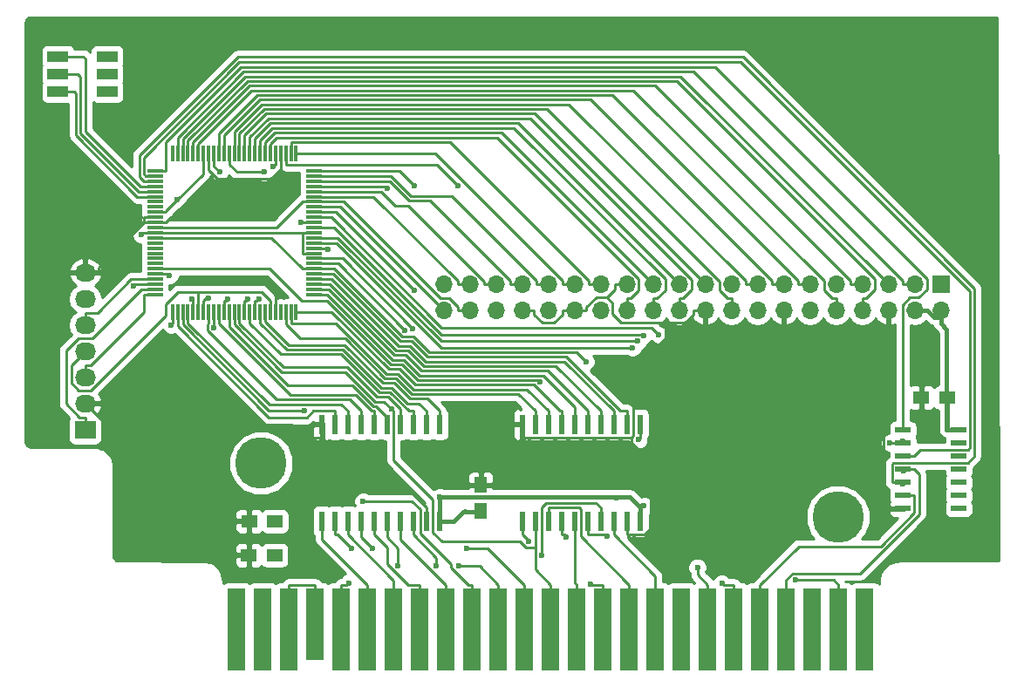
<source format=gtl>
G04 #@! TF.FileFunction,Copper,L1,Top,Mixed*
%FSLAX46Y46*%
G04 Gerber Fmt 4.6, Leading zero omitted, Abs format (unit mm)*
G04 Created by KiCad (PCBNEW 4.0.7) date 03/29/18 00:02:14*
%MOMM*%
%LPD*%
G01*
G04 APERTURE LIST*
%ADD10C,0.100000*%
%ADD11C,5.000000*%
%ADD12R,1.800000X8.000000*%
%ADD13R,1.800000X7.000000*%
%ADD14R,1.500000X0.300000*%
%ADD15R,0.300000X1.500000*%
%ADD16R,0.600000X1.950000*%
%ADD17R,1.500000X0.600000*%
%ADD18R,1.500000X1.250000*%
%ADD19R,1.250000X1.500000*%
%ADD20R,1.700000X1.700000*%
%ADD21O,1.700000X1.700000*%
%ADD22R,2.032000X1.727200*%
%ADD23O,2.032000X1.727200*%
%ADD24R,2.000000X1.100000*%
%ADD25C,0.600000*%
%ADD26C,0.250000*%
%ADD27C,0.400000*%
%ADD28C,0.254000*%
G04 APERTURE END LIST*
D10*
D11*
X185333640Y-98897440D03*
D12*
X187949840Y-109827440D03*
X185409840Y-109827440D03*
X182869840Y-109827440D03*
X180329840Y-109827440D03*
X177789840Y-109827440D03*
X175249840Y-109827440D03*
X172709840Y-109827440D03*
X170169840Y-109827440D03*
X167629840Y-109827440D03*
X165089840Y-109827440D03*
X162549840Y-109827440D03*
X160009840Y-109827440D03*
X157469840Y-109827440D03*
X154929840Y-109827440D03*
X152389840Y-109827440D03*
X149849840Y-109827440D03*
X147309840Y-109827440D03*
X144769840Y-109827440D03*
X142229840Y-109827440D03*
X139689840Y-109827440D03*
X137149840Y-109827440D03*
D13*
X134604760Y-109334680D03*
D12*
X132069840Y-109827440D03*
X129529840Y-109827440D03*
X126989840Y-109827440D03*
D11*
X129334260Y-93695520D03*
D14*
X119046000Y-65297800D03*
X119046000Y-65797800D03*
X119046000Y-66297800D03*
X119046000Y-66797800D03*
X119046000Y-67297800D03*
X119046000Y-67797800D03*
X119046000Y-68297800D03*
X119046000Y-68797800D03*
X119046000Y-69297800D03*
X119046000Y-69797800D03*
X119046000Y-70297800D03*
X119046000Y-70797800D03*
X119046000Y-71297800D03*
X119046000Y-71797800D03*
X119046000Y-72297800D03*
X119046000Y-72797800D03*
X119046000Y-73297800D03*
X119046000Y-73797800D03*
X119046000Y-74297800D03*
X119046000Y-74797800D03*
X119046000Y-75297800D03*
X119046000Y-75797800D03*
X119046000Y-76297800D03*
X119046000Y-76797800D03*
X119046000Y-77297800D03*
D15*
X120746000Y-78997800D03*
X121246000Y-78997800D03*
X121746000Y-78997800D03*
X122246000Y-78997800D03*
X122746000Y-78997800D03*
X123246000Y-78997800D03*
X123746000Y-78997800D03*
X124246000Y-78997800D03*
X124746000Y-78997800D03*
X125246000Y-78997800D03*
X125746000Y-78997800D03*
X126246000Y-78997800D03*
X126746000Y-78997800D03*
X127246000Y-78997800D03*
X127746000Y-78997800D03*
X128246000Y-78997800D03*
X128746000Y-78997800D03*
X129246000Y-78997800D03*
X129746000Y-78997800D03*
X130246000Y-78997800D03*
X130746000Y-78997800D03*
X131246000Y-78997800D03*
X131746000Y-78997800D03*
X132246000Y-78997800D03*
X132746000Y-78997800D03*
D14*
X134446000Y-77297800D03*
X134446000Y-76797800D03*
X134446000Y-76297800D03*
X134446000Y-75797800D03*
X134446000Y-75297800D03*
X134446000Y-74797800D03*
X134446000Y-74297800D03*
X134446000Y-73797800D03*
X134446000Y-73297800D03*
X134446000Y-72797800D03*
X134446000Y-72297800D03*
X134446000Y-71797800D03*
X134446000Y-71297800D03*
X134446000Y-70797800D03*
X134446000Y-70297800D03*
X134446000Y-69797800D03*
X134446000Y-69297800D03*
X134446000Y-68797800D03*
X134446000Y-68297800D03*
X134446000Y-67797800D03*
X134446000Y-67297800D03*
X134446000Y-66797800D03*
X134446000Y-66297800D03*
X134446000Y-65797800D03*
X134446000Y-65297800D03*
D15*
X132746000Y-63597800D03*
X132246000Y-63597800D03*
X131746000Y-63597800D03*
X131246000Y-63597800D03*
X130746000Y-63597800D03*
X130246000Y-63597800D03*
X129746000Y-63597800D03*
X129246000Y-63597800D03*
X128746000Y-63597800D03*
X128246000Y-63597800D03*
X127746000Y-63597800D03*
X127246000Y-63597800D03*
X126746000Y-63597800D03*
X126246000Y-63597800D03*
X125746000Y-63597800D03*
X125246000Y-63597800D03*
X124746000Y-63597800D03*
X124246000Y-63597800D03*
X123746000Y-63597800D03*
X123246000Y-63597800D03*
X122746000Y-63597800D03*
X122246000Y-63597800D03*
X121746000Y-63597800D03*
X121246000Y-63597800D03*
X120746000Y-63597800D03*
D16*
X166116000Y-89916000D03*
X164846000Y-89916000D03*
X163576000Y-89916000D03*
X162306000Y-89916000D03*
X161036000Y-89916000D03*
X159766000Y-89916000D03*
X158496000Y-89916000D03*
X157226000Y-89916000D03*
X155956000Y-89916000D03*
X154686000Y-89916000D03*
X154686000Y-99316000D03*
X155956000Y-99316000D03*
X157226000Y-99316000D03*
X158496000Y-99316000D03*
X159766000Y-99316000D03*
X161036000Y-99316000D03*
X162306000Y-99316000D03*
X163576000Y-99316000D03*
X164846000Y-99316000D03*
X166116000Y-99316000D03*
X146685000Y-89916000D03*
X145415000Y-89916000D03*
X144145000Y-89916000D03*
X142875000Y-89916000D03*
X141605000Y-89916000D03*
X140335000Y-89916000D03*
X139065000Y-89916000D03*
X137795000Y-89916000D03*
X136525000Y-89916000D03*
X135255000Y-89916000D03*
X135255000Y-99316000D03*
X136525000Y-99316000D03*
X137795000Y-99316000D03*
X139065000Y-99316000D03*
X140335000Y-99316000D03*
X141605000Y-99316000D03*
X142875000Y-99316000D03*
X144145000Y-99316000D03*
X145415000Y-99316000D03*
X146685000Y-99316000D03*
D17*
X191661000Y-90449400D03*
X191661000Y-91719400D03*
X191661000Y-92989400D03*
X191661000Y-94259400D03*
X191661000Y-95529400D03*
X191661000Y-96799400D03*
X191661000Y-98069400D03*
X197061000Y-98069400D03*
X197061000Y-96799400D03*
X197061000Y-95529400D03*
X197061000Y-94259400D03*
X197061000Y-92989400D03*
X197061000Y-91719400D03*
X197061000Y-90449400D03*
D18*
X130688400Y-99314000D03*
X128188400Y-99314000D03*
X130663000Y-102616000D03*
X128163000Y-102616000D03*
D19*
X150672800Y-98303400D03*
X150672800Y-95803400D03*
D18*
X195941000Y-87312500D03*
X193441000Y-87312500D03*
D20*
X195326000Y-76327000D03*
D21*
X195326000Y-78867000D03*
X192786000Y-76327000D03*
X192786000Y-78867000D03*
X190246000Y-76327000D03*
X190246000Y-78867000D03*
X187706000Y-76327000D03*
X187706000Y-78867000D03*
X185166000Y-76327000D03*
X185166000Y-78867000D03*
X182626000Y-76327000D03*
X182626000Y-78867000D03*
X180086000Y-76327000D03*
X180086000Y-78867000D03*
X177546000Y-76327000D03*
X177546000Y-78867000D03*
X175006000Y-76327000D03*
X175006000Y-78867000D03*
X172466000Y-76327000D03*
X172466000Y-78867000D03*
X169926000Y-76327000D03*
X169926000Y-78867000D03*
X167386000Y-76327000D03*
X167386000Y-78867000D03*
X164846000Y-76327000D03*
X164846000Y-78867000D03*
X162306000Y-76327000D03*
X162306000Y-78867000D03*
X159766000Y-76327000D03*
X159766000Y-78867000D03*
X157226000Y-76327000D03*
X157226000Y-78867000D03*
X154686000Y-76327000D03*
X154686000Y-78867000D03*
X152146000Y-76327000D03*
X152146000Y-78867000D03*
X149606000Y-76327000D03*
X149606000Y-78867000D03*
X147066000Y-76327000D03*
X147066000Y-78867000D03*
D22*
X112268000Y-90424000D03*
D23*
X112268000Y-87884000D03*
X112268000Y-85344000D03*
X112268000Y-82804000D03*
X112268000Y-80264000D03*
X112268000Y-77724000D03*
X112268000Y-75184000D03*
D24*
X109614000Y-54180000D03*
X109614000Y-55880000D03*
X109614000Y-57580000D03*
X114414000Y-57580000D03*
X114414000Y-55880000D03*
X114414000Y-54180000D03*
D25*
X169014750Y-94465750D03*
X193357500Y-87249000D03*
X135869300Y-72952500D03*
X133181600Y-70297800D03*
X135952800Y-97518900D03*
X124260700Y-77681800D03*
X130745700Y-76909000D03*
X130505900Y-66678000D03*
X130606800Y-102539800D03*
X130657600Y-99314000D03*
X163830000Y-97008000D03*
X166524200Y-97840600D03*
X146685000Y-96981700D03*
X148444300Y-66702300D03*
X191643000Y-91509000D03*
X190401900Y-91719400D03*
X191693800Y-94386400D03*
X191661000Y-96799400D03*
X174077000Y-105357900D03*
X171698100Y-103805400D03*
X162905500Y-100777800D03*
X158979800Y-100827400D03*
X161300300Y-105458600D03*
X155293000Y-101249300D03*
X156600700Y-102657400D03*
X141991900Y-88437700D03*
X149298700Y-101945900D03*
X148529800Y-103669000D03*
X139264100Y-97379300D03*
X146377300Y-103608000D03*
X142649500Y-103607200D03*
X140167200Y-101977500D03*
X138155600Y-101968900D03*
X137835800Y-105318100D03*
X121232700Y-68119700D03*
X130524500Y-64867800D03*
X117761100Y-71498400D03*
X144196800Y-66702300D03*
X181244300Y-104998400D03*
X125321000Y-65413500D03*
X129635400Y-65420900D03*
X141570500Y-66963100D03*
X165932600Y-81846300D03*
X160900200Y-83842400D03*
X143294600Y-80760600D03*
X165408800Y-82454300D03*
X166485500Y-81267300D03*
X120618000Y-80260400D03*
X133522000Y-88591500D03*
X124746000Y-80505300D03*
X122604500Y-77717200D03*
X126084700Y-77735700D03*
X116963900Y-76445100D03*
X128043600Y-77723900D03*
X129128900Y-77716500D03*
X167947000Y-81207400D03*
X144233300Y-76889900D03*
X144096100Y-80603000D03*
X191661000Y-90449400D03*
X191661000Y-92989400D03*
X191668400Y-95714400D03*
X156441600Y-85813100D03*
X120473900Y-75417000D03*
X166016900Y-91406600D03*
X114130000Y-57658000D03*
X114160000Y-55880000D03*
X114130000Y-54102000D03*
D26*
X169014750Y-94465750D02*
X169037000Y-94488000D01*
X193357500Y-87249000D02*
X193421000Y-87312500D01*
X193421000Y-87312500D02*
X193441000Y-87312500D01*
X164846000Y-76327000D02*
X163670700Y-76327000D01*
X159766000Y-78867000D02*
X160941300Y-78867000D01*
X158590700Y-79234400D02*
X158590700Y-78867000D01*
X157782800Y-80042300D02*
X158590700Y-79234400D01*
X156669300Y-80042300D02*
X157782800Y-80042300D01*
X155861300Y-79234300D02*
X156669300Y-80042300D01*
X155861300Y-78867000D02*
X155861300Y-79234300D01*
X154686000Y-78867000D02*
X155861300Y-78867000D01*
X159766000Y-78867000D02*
X158590700Y-78867000D01*
X154686000Y-89916000D02*
X154686000Y-91216300D01*
X119046000Y-69797800D02*
X117970700Y-69797800D01*
X135714600Y-72797800D02*
X134446000Y-72797800D01*
X135869300Y-72952500D02*
X135714600Y-72797800D01*
X164846000Y-99316000D02*
X164846000Y-100616300D01*
X119046000Y-70297800D02*
X118083300Y-70297800D01*
X134446000Y-70297800D02*
X133483300Y-70297800D01*
X133483300Y-70297800D02*
X133181600Y-70297800D01*
X119046000Y-70297800D02*
X120121300Y-70297800D01*
X145415000Y-99316000D02*
X145415000Y-98015700D01*
X135255000Y-89916000D02*
X135255000Y-91216300D01*
X133543800Y-91216300D02*
X135255000Y-91216300D01*
X132243500Y-89916000D02*
X133543800Y-91216300D01*
X114300000Y-89916000D02*
X132243500Y-89916000D01*
X112268000Y-87884000D02*
X114300000Y-89916000D01*
X137514700Y-93476000D02*
X137514700Y-95957000D01*
X135255000Y-91216300D02*
X137514700Y-93476000D01*
X143356300Y-95957000D02*
X137514700Y-95957000D01*
X145415000Y-98015700D02*
X143356300Y-95957000D01*
X137514700Y-95957000D02*
X135952800Y-97518900D01*
X112268000Y-75184000D02*
X113609300Y-75184000D01*
X118083300Y-70297800D02*
X117970700Y-70297800D01*
X117970700Y-70297800D02*
X117970700Y-69797800D01*
X113609300Y-74659200D02*
X113609300Y-75184000D01*
X117970700Y-70297800D02*
X113609300Y-74659200D01*
X191661000Y-98069400D02*
X190585700Y-98069400D01*
X120121300Y-70297800D02*
X124714800Y-65704300D01*
X124246000Y-65235500D02*
X124246000Y-63597800D01*
X124714800Y-65704300D02*
X124246000Y-65235500D01*
X163670700Y-76791400D02*
X162900700Y-77561400D01*
X163670700Y-76327000D02*
X163670700Y-76791400D01*
X160941300Y-78499700D02*
X160941300Y-78867000D01*
X161879600Y-77561400D02*
X160941300Y-78499700D01*
X162900700Y-77561400D02*
X161879600Y-77561400D01*
X172466000Y-78867000D02*
X171290700Y-78867000D01*
X165280800Y-91216300D02*
X154686000Y-91216300D01*
X171290700Y-78867000D02*
X171290700Y-79234300D01*
X163481400Y-78142100D02*
X162900700Y-77561400D01*
X163481400Y-79210500D02*
X163481400Y-78142100D01*
X164328400Y-80057500D02*
X163481400Y-79210500D01*
X123986700Y-77681800D02*
X123746000Y-77922500D01*
X124260700Y-77681800D02*
X123986700Y-77681800D01*
X123746000Y-78997800D02*
X123746000Y-77922500D01*
X130746000Y-76909300D02*
X130746000Y-78997800D01*
X130745700Y-76909000D02*
X130746000Y-76909300D01*
X130251300Y-66423400D02*
X130251300Y-66095100D01*
X130505900Y-66678000D02*
X130251300Y-66423400D01*
X131246000Y-65100400D02*
X130251300Y-66095100D01*
X131246000Y-63597800D02*
X131246000Y-65100400D01*
X125105600Y-66095100D02*
X124714800Y-65704300D01*
X130251300Y-66095100D02*
X125105600Y-66095100D01*
X165280800Y-91216300D02*
X165280800Y-91695900D01*
X165471300Y-91025800D02*
X165280800Y-91216300D01*
X165471300Y-84651400D02*
X165471300Y-91025800D01*
X168594100Y-81528600D02*
X165471300Y-84651400D01*
X168594100Y-80057500D02*
X168594100Y-81528600D01*
X170467500Y-80057500D02*
X168594100Y-80057500D01*
X171290700Y-79234300D02*
X170467500Y-80057500D01*
X168594100Y-80057500D02*
X164328400Y-80057500D01*
X165280800Y-91695900D02*
X167197200Y-93612300D01*
X167197200Y-99997000D02*
X166577900Y-100616300D01*
X167197200Y-93612300D02*
X167197200Y-99997000D01*
X166577900Y-100616300D02*
X164846000Y-100616300D01*
X190585700Y-98069400D02*
X189776500Y-97260200D01*
X189776500Y-80511800D02*
X190246000Y-80042300D01*
X189776500Y-97260200D02*
X189776500Y-80511800D01*
X190246000Y-78867000D02*
X190246000Y-80042300D01*
D27*
X195941000Y-87312500D02*
X195941000Y-90419100D01*
X195971300Y-90449400D02*
X197061000Y-90449400D01*
X195941000Y-90419100D02*
X195971300Y-90449400D01*
X148999100Y-98376900D02*
X150599300Y-98376900D01*
X150599300Y-98376900D02*
X150672800Y-98303400D01*
X130606800Y-102539800D02*
X130663000Y-102596000D01*
X130663000Y-102596000D02*
X130663000Y-102616000D01*
X130657600Y-99314000D02*
X130688400Y-99314000D01*
X146685000Y-99316000D02*
X148060000Y-99316000D01*
X148060000Y-99316000D02*
X148999100Y-98376900D01*
X148999100Y-98376900D02*
X149098000Y-98278000D01*
X163830000Y-97008000D02*
X163830000Y-96981700D01*
X163830000Y-96981700D02*
X163830000Y-97028000D01*
X163830000Y-97028000D02*
X163830000Y-96981700D01*
X195910700Y-80702000D02*
X195326000Y-80117300D01*
X195910700Y-90449400D02*
X195910700Y-80702000D01*
X195326000Y-78867000D02*
X195326000Y-79492100D01*
X195326000Y-79492100D02*
X195326000Y-80117300D01*
X194661400Y-79492100D02*
X194036300Y-78867000D01*
X195326000Y-79492100D02*
X194661400Y-79492100D01*
X197061000Y-90449400D02*
X195910700Y-90449400D01*
X166116000Y-99316000D02*
X166116000Y-97940700D01*
X166216100Y-97840600D02*
X166116000Y-97940700D01*
X166524200Y-97840600D02*
X166216100Y-97840600D01*
X165157000Y-96981700D02*
X163830000Y-96981700D01*
X163830000Y-96981700D02*
X146685000Y-96981700D01*
X166116000Y-97940700D02*
X165157000Y-96981700D01*
X146685000Y-96981700D02*
X146685000Y-99316000D01*
X192786000Y-78867000D02*
X194036300Y-78867000D01*
D26*
X121746000Y-63597800D02*
X121746000Y-62181600D01*
X121746000Y-62181600D02*
X127806100Y-56121500D01*
X127806100Y-56121500D02*
X170040500Y-56121500D01*
X170040500Y-56121500D02*
X190246000Y-76327000D01*
X187706000Y-76327000D02*
X186530700Y-76327000D01*
X186530700Y-75959600D02*
X186530700Y-76327000D01*
X167593200Y-57022100D02*
X186530700Y-75959600D01*
X128246400Y-57022100D02*
X167593200Y-57022100D01*
X122746000Y-62522500D02*
X128246400Y-57022100D01*
X122746000Y-63597800D02*
X122746000Y-62522500D01*
X157226000Y-76327000D02*
X156050700Y-76327000D01*
X156050700Y-75959700D02*
X156050700Y-76327000D01*
X147844700Y-67753700D02*
X156050700Y-75959700D01*
X143924800Y-67753700D02*
X147844700Y-67753700D01*
X141968900Y-65797800D02*
X143924800Y-67753700D01*
X134446000Y-65797800D02*
X141968900Y-65797800D01*
X164846000Y-78867000D02*
X164846000Y-77691700D01*
X165213300Y-77691700D02*
X164846000Y-77691700D01*
X166021800Y-76883200D02*
X165213300Y-77691700D01*
X166021800Y-75797700D02*
X166021800Y-76883200D01*
X152289900Y-62065800D02*
X166021800Y-75797700D01*
X130841600Y-62065800D02*
X152289900Y-62065800D01*
X130246000Y-62661400D02*
X130841600Y-62065800D01*
X130246000Y-63597800D02*
X130246000Y-62661400D01*
X162306000Y-76327000D02*
X161130700Y-76327000D01*
X132246000Y-63597800D02*
X132246000Y-62522500D01*
X161130700Y-75997800D02*
X161130700Y-76327000D01*
X147655400Y-62522500D02*
X161130700Y-75997800D01*
X132246000Y-62522500D02*
X147655400Y-62522500D01*
X131746000Y-63597800D02*
X131746000Y-64673100D01*
X146415100Y-64673100D02*
X148444300Y-66702300D01*
X131746000Y-64673100D02*
X146415100Y-64673100D01*
X121246000Y-63597800D02*
X121246000Y-62522500D01*
X121246000Y-62522500D02*
X121246000Y-62042000D01*
X121246000Y-62042000D02*
X127616800Y-55671200D01*
X127616800Y-55671200D02*
X171322200Y-55671200D01*
X171322200Y-55671200D02*
X191610700Y-75959700D01*
X191610700Y-75959700D02*
X191610700Y-76327000D01*
X192786000Y-76327000D02*
X191610700Y-76327000D01*
X146228800Y-63597800D02*
X132746000Y-63597800D01*
X158590700Y-75959700D02*
X146228800Y-63597800D01*
X158590700Y-76327000D02*
X158590700Y-75959700D01*
X159766000Y-76327000D02*
X158590700Y-76327000D01*
X191643000Y-91509000D02*
X191661000Y-91527000D01*
X191661000Y-91527000D02*
X191661000Y-91719400D01*
X191661000Y-91719400D02*
X190401900Y-91719400D01*
X191693800Y-94386400D02*
X191661000Y-94353600D01*
X191661000Y-94353600D02*
X191661000Y-94259400D01*
X180329800Y-109827400D02*
X180329800Y-105502100D01*
X180329800Y-105028600D02*
X180329800Y-105502100D01*
X180985300Y-104373100D02*
X180329800Y-105028600D01*
X187511800Y-104373100D02*
X180985300Y-104373100D01*
X191661000Y-94259400D02*
X192736300Y-94259400D01*
X192736300Y-94259400D02*
X193231100Y-94754200D01*
X193231100Y-94754200D02*
X193231100Y-98653800D01*
X193231100Y-98653800D02*
X187511800Y-104373100D01*
X181547200Y-101744700D02*
X177789800Y-105502100D01*
X177789800Y-109827400D02*
X177789800Y-105502100D01*
X191661000Y-96799400D02*
X192736300Y-96799400D01*
X192736300Y-96799400D02*
X192736300Y-98511700D01*
X192736300Y-98511700D02*
X189503300Y-101744700D01*
X189503300Y-101744700D02*
X181547200Y-101744700D01*
X174221200Y-105502100D02*
X175249800Y-105502100D01*
X174077000Y-105357900D02*
X174221200Y-105502100D01*
X175249800Y-109827400D02*
X175249800Y-105502100D01*
X171698100Y-104490400D02*
X172709800Y-105502100D01*
X171698100Y-103805400D02*
X171698100Y-104490400D01*
X172709800Y-109827400D02*
X172709800Y-105502100D01*
X161036000Y-99316000D02*
X161036000Y-100616300D01*
X162744000Y-100616300D02*
X162905500Y-100777800D01*
X161036000Y-100616300D02*
X162744000Y-100616300D01*
X167629800Y-104670100D02*
X163576000Y-100616300D01*
X167629800Y-109827400D02*
X167629800Y-104670100D01*
X163576000Y-99316000D02*
X163576000Y-100616300D01*
X158496000Y-99316000D02*
X158496000Y-100616300D01*
X158768700Y-100616300D02*
X158979800Y-100827400D01*
X158496000Y-100616300D02*
X158768700Y-100616300D01*
X165089800Y-109827400D02*
X165089800Y-105502100D01*
X157226000Y-99316000D02*
X157226000Y-98015700D01*
X157226000Y-98015700D02*
X160244500Y-98015700D01*
X160244500Y-98015700D02*
X160391300Y-98162500D01*
X160391300Y-100803600D02*
X165089800Y-105502100D01*
X160391300Y-98162500D02*
X160391300Y-100803600D01*
X162549800Y-109827400D02*
X162549800Y-105502100D01*
X161343800Y-105502100D02*
X162549800Y-105502100D01*
X161300300Y-105458600D02*
X161343800Y-105502100D01*
X154686000Y-99316000D02*
X154686000Y-100616300D01*
X155293000Y-101223300D02*
X155293000Y-101249300D01*
X154686000Y-100616300D02*
X155293000Y-101223300D01*
X159766000Y-105258300D02*
X160009800Y-105502100D01*
X160009800Y-109827400D02*
X160009800Y-105502100D01*
X159766000Y-99316000D02*
X159766000Y-105258300D01*
X162306000Y-99316000D02*
X162306000Y-98015700D01*
X156600700Y-97962400D02*
X156600700Y-102657400D01*
X157026900Y-97536200D02*
X156600700Y-97962400D01*
X161826500Y-97536200D02*
X157026900Y-97536200D01*
X162306000Y-98015700D02*
X161826500Y-97536200D01*
X157469800Y-109827400D02*
X157469800Y-105502100D01*
X155956000Y-103988300D02*
X155956000Y-101874600D01*
X157469800Y-105502100D02*
X155956000Y-103988300D01*
X155956000Y-101874600D02*
X155956000Y-100616300D01*
X155956000Y-99853600D02*
X155956000Y-100616300D01*
X155956000Y-99853600D02*
X155956000Y-99316000D01*
X142230400Y-88676200D02*
X141991900Y-88437700D01*
X142230400Y-93411500D02*
X142230400Y-88676200D01*
X146040400Y-97221500D02*
X142230400Y-93411500D01*
X146040400Y-100457700D02*
X146040400Y-97221500D01*
X141244300Y-87690100D02*
X141991900Y-88437700D01*
X140423200Y-87690100D02*
X141244300Y-87690100D01*
X137547000Y-84813900D02*
X140423200Y-87690100D01*
X131340700Y-84813900D02*
X137547000Y-84813900D01*
X126746000Y-80219200D02*
X131340700Y-84813900D01*
X126746000Y-78997800D02*
X126746000Y-80219200D01*
X155034000Y-101874600D02*
X154479900Y-101320500D01*
X155956000Y-101874600D02*
X155034000Y-101874600D01*
X146903200Y-101320500D02*
X146040400Y-100457700D01*
X154479900Y-101320500D02*
X146903200Y-101320500D01*
X151373600Y-101945900D02*
X154929800Y-105502100D01*
X154929800Y-109827400D02*
X154929800Y-105502100D01*
X149298700Y-101945900D02*
X151373600Y-101945900D01*
X152389800Y-109827400D02*
X152389800Y-105502100D01*
X150556700Y-103669000D02*
X148529800Y-103669000D01*
X152389800Y-105502100D02*
X150556700Y-103669000D01*
X149474000Y-105502100D02*
X149849800Y-105502100D01*
X149849800Y-109827400D02*
X149849800Y-105502100D01*
X139264100Y-97379300D02*
X143992800Y-97379300D01*
X143992800Y-97379300D02*
X144782000Y-98168500D01*
X147760200Y-103788300D02*
X149474000Y-105502100D01*
X147760200Y-103460300D02*
X147760200Y-103788300D01*
X144782000Y-100482100D02*
X147760200Y-103460300D01*
X144782000Y-98168500D02*
X144782000Y-100482100D01*
X144145000Y-99316000D02*
X144145000Y-100616300D01*
X146377300Y-102848600D02*
X146377300Y-103608000D01*
X144145000Y-100616300D02*
X146377300Y-102848600D01*
X147309800Y-109827400D02*
X147309800Y-105502100D01*
X142875000Y-99316000D02*
X142875000Y-100616300D01*
X142875000Y-101067300D02*
X147309800Y-105502100D01*
X142875000Y-100616300D02*
X142875000Y-101067300D01*
X141605000Y-100886700D02*
X141605000Y-99316000D01*
X142649500Y-101931200D02*
X141605000Y-100886700D01*
X142649500Y-103607200D02*
X142649500Y-101931200D01*
X143654700Y-105502100D02*
X144769800Y-105502100D01*
X144769800Y-109827400D02*
X144769800Y-105502100D01*
X141605000Y-103452400D02*
X143654700Y-105502100D01*
X141605000Y-101886300D02*
X141605000Y-103452400D01*
X140335000Y-100616300D02*
X141605000Y-101886300D01*
X140335000Y-99316000D02*
X140335000Y-100616300D01*
X139065000Y-99316000D02*
X139065000Y-100875300D01*
X139065000Y-100875300D02*
X140167200Y-101977500D01*
X137795000Y-99316000D02*
X137795000Y-100616300D01*
X142229800Y-105051100D02*
X137795000Y-100616300D01*
X142229800Y-109827400D02*
X142229800Y-105502100D01*
X142229800Y-105502100D02*
X142229800Y-105051100D01*
X136803000Y-100616300D02*
X138155600Y-101968900D01*
X136525000Y-100616300D02*
X136803000Y-100616300D01*
X136525000Y-99316000D02*
X136525000Y-100616300D01*
X135255000Y-99316000D02*
X135255000Y-100616300D01*
X135255000Y-101067300D02*
X135255000Y-100616300D01*
X139689800Y-105502100D02*
X135255000Y-101067300D01*
X139689800Y-109827400D02*
X139689800Y-105502100D01*
X137149800Y-109827400D02*
X137149800Y-105502100D01*
X137651800Y-105502100D02*
X137149800Y-105502100D01*
X137835800Y-105318100D02*
X137651800Y-105502100D01*
X120121300Y-69231100D02*
X120121300Y-69297800D01*
X121232700Y-68119700D02*
X120121300Y-69231100D01*
X119046000Y-69297800D02*
X120121300Y-69297800D01*
X123246000Y-78997800D02*
X123246000Y-77922500D01*
X134446000Y-71297800D02*
X133370700Y-71297800D01*
X133370700Y-73297800D02*
X133370700Y-71297800D01*
X134446000Y-73297800D02*
X133370700Y-73297800D01*
X133370700Y-71297800D02*
X120121300Y-71297800D01*
X119471100Y-71297800D02*
X120121300Y-71297800D01*
X119471100Y-71297800D02*
X119046000Y-71297800D01*
X119046000Y-71297800D02*
X117970700Y-71297800D01*
X123746000Y-65606400D02*
X121232700Y-68119700D01*
X123746000Y-63597800D02*
X123746000Y-65606400D01*
X130719200Y-64673100D02*
X130746000Y-64673100D01*
X130524500Y-64867800D02*
X130719200Y-64673100D01*
X130746000Y-63597800D02*
X130746000Y-64673100D01*
X130246000Y-78997800D02*
X130246000Y-77922500D01*
X123246000Y-77045200D02*
X123246000Y-77922500D01*
X121292100Y-77045200D02*
X123246000Y-77045200D01*
X120121400Y-78215900D02*
X121292100Y-77045200D01*
X120121400Y-79330500D02*
X120121400Y-78215900D01*
X112837900Y-86614000D02*
X120121400Y-79330500D01*
X111645200Y-86614000D02*
X112837900Y-86614000D01*
X110916800Y-85885600D02*
X111645200Y-86614000D01*
X110916800Y-84155200D02*
X110916800Y-85885600D01*
X112268000Y-82804000D02*
X110916800Y-84155200D01*
X129368700Y-77045200D02*
X130246000Y-77922500D01*
X123246000Y-77045200D02*
X129368700Y-77045200D01*
X117961700Y-71297800D02*
X117761100Y-71498400D01*
X117970700Y-71297800D02*
X117961700Y-71297800D01*
X167386000Y-78867000D02*
X167386000Y-77691700D01*
X129246000Y-63597800D02*
X129246000Y-62522500D01*
X167753300Y-77691700D02*
X167386000Y-77691700D01*
X168566000Y-76879000D02*
X167753300Y-77691700D01*
X168566000Y-75806800D02*
X168566000Y-76879000D01*
X153907700Y-61148500D02*
X168566000Y-75806800D01*
X130396500Y-61148500D02*
X153907700Y-61148500D01*
X129246000Y-62299000D02*
X130396500Y-61148500D01*
X129246000Y-62522500D02*
X129246000Y-62299000D01*
X155866000Y-59727000D02*
X172466000Y-76327000D01*
X129865200Y-59727000D02*
X155866000Y-59727000D01*
X127746000Y-61846200D02*
X129865200Y-59727000D01*
X127746000Y-63597800D02*
X127746000Y-61846200D01*
X129746000Y-62508500D02*
X129746000Y-63597800D01*
X130655600Y-61598900D02*
X129746000Y-62508500D01*
X152657900Y-61598900D02*
X130655600Y-61598900D01*
X167386000Y-76327000D02*
X152657900Y-61598900D01*
X185166000Y-78867000D02*
X185166000Y-77691700D01*
X184798600Y-77691700D02*
X185166000Y-77691700D01*
X183990700Y-76883800D02*
X184798600Y-77691700D01*
X183990700Y-75959500D02*
X183990700Y-76883800D01*
X165506200Y-57475000D02*
X183990700Y-75959500D01*
X128430400Y-57475000D02*
X165506200Y-57475000D01*
X123246000Y-62659400D02*
X128430400Y-57475000D01*
X123246000Y-63597800D02*
X123246000Y-62659400D01*
X134446000Y-65297800D02*
X135521300Y-65297800D01*
X142792300Y-65297800D02*
X144196800Y-66702300D01*
X135521300Y-65297800D02*
X142792300Y-65297800D01*
X154269400Y-60670400D02*
X169926000Y-76327000D01*
X130221600Y-60670400D02*
X154269400Y-60670400D01*
X128746000Y-62146000D02*
X130221600Y-60670400D01*
X128746000Y-63597800D02*
X128746000Y-62146000D01*
X154686000Y-76327000D02*
X153510700Y-76327000D01*
X153510700Y-75971900D02*
X153510700Y-76327000D01*
X145742800Y-68204000D02*
X153510700Y-75971900D01*
X143738200Y-68204000D02*
X145742800Y-68204000D01*
X141832000Y-66297800D02*
X143738200Y-68204000D01*
X134446000Y-66297800D02*
X141832000Y-66297800D01*
X187706000Y-78867000D02*
X187706000Y-77691700D01*
X188073300Y-77691700D02*
X187706000Y-77691700D01*
X188919700Y-76845300D02*
X188073300Y-77691700D01*
X188919700Y-75808600D02*
X188919700Y-76845300D01*
X169682900Y-56571800D02*
X188919700Y-75808600D01*
X128013400Y-56571800D02*
X169682900Y-56571800D01*
X122246000Y-62339200D02*
X128013400Y-56571800D01*
X122246000Y-63597800D02*
X122246000Y-62339200D01*
X185409800Y-109827400D02*
X185409800Y-105502100D01*
X184906100Y-104998400D02*
X185409800Y-105502100D01*
X181244300Y-104998400D02*
X184906100Y-104998400D01*
X134597500Y-105502100D02*
X134604800Y-105509400D01*
X134604800Y-109334700D02*
X134604800Y-105509400D01*
X132069800Y-105502100D02*
X134597500Y-105502100D01*
X132069800Y-109827400D02*
X132069800Y-105502100D01*
X182626000Y-76327000D02*
X181450700Y-76327000D01*
X181450700Y-75959700D02*
X181450700Y-76327000D01*
X163416400Y-57925400D02*
X181450700Y-75959700D01*
X128981400Y-57925400D02*
X163416400Y-57925400D01*
X125246000Y-61660800D02*
X128981400Y-57925400D01*
X125246000Y-63597800D02*
X125246000Y-61660800D01*
X124746000Y-64838500D02*
X124746000Y-63597800D01*
X125321000Y-65413500D02*
X124746000Y-64838500D01*
X180086000Y-76327000D02*
X178910700Y-76327000D01*
X178910700Y-75959700D02*
X178910700Y-76327000D01*
X161326800Y-58375800D02*
X178910700Y-75959700D01*
X129201300Y-58375800D02*
X161326800Y-58375800D01*
X125746000Y-61831100D02*
X129201300Y-58375800D01*
X125746000Y-63597800D02*
X125746000Y-61831100D01*
X177546000Y-76327000D02*
X176370700Y-76327000D01*
X176370700Y-75959700D02*
X176370700Y-76327000D01*
X159237200Y-58826200D02*
X176370700Y-75959700D01*
X129387800Y-58826200D02*
X159237200Y-58826200D01*
X126746000Y-61468000D02*
X129387800Y-58826200D01*
X126746000Y-63597800D02*
X126746000Y-61468000D01*
X126993800Y-65420900D02*
X126246000Y-64673100D01*
X129635400Y-65420900D02*
X126993800Y-65420900D01*
X126246000Y-63597800D02*
X126246000Y-64673100D01*
X127246000Y-63597800D02*
X127246000Y-61657500D01*
X175006000Y-78867000D02*
X175006000Y-77691700D01*
X174638600Y-77691700D02*
X175006000Y-77691700D01*
X173830700Y-76883800D02*
X174638600Y-77691700D01*
X173830700Y-76010000D02*
X173830700Y-76883800D01*
X157097300Y-59276600D02*
X173830700Y-76010000D01*
X129626900Y-59276600D02*
X157097300Y-59276600D01*
X127246000Y-61657500D02*
X129626900Y-59276600D01*
X169926000Y-78867000D02*
X169926000Y-77691700D01*
X170293300Y-77691700D02*
X169926000Y-77691700D01*
X171141300Y-76843700D02*
X170293300Y-77691700D01*
X171141300Y-75864100D02*
X171141300Y-76843700D01*
X155469500Y-60192300D02*
X171141300Y-75864100D01*
X130053900Y-60192300D02*
X155469500Y-60192300D01*
X128246000Y-62000200D02*
X130053900Y-60192300D01*
X128246000Y-63597800D02*
X128246000Y-62000200D01*
X152146000Y-76327000D02*
X150970700Y-76327000D01*
X150970700Y-76016400D02*
X150970700Y-76327000D01*
X143608600Y-68654300D02*
X150970700Y-76016400D01*
X142377400Y-68654300D02*
X143608600Y-68654300D01*
X141020900Y-67297800D02*
X142377400Y-68654300D01*
X134446000Y-67297800D02*
X141020900Y-67297800D01*
X134446000Y-66797800D02*
X135521300Y-66797800D01*
X141405200Y-66797800D02*
X141570500Y-66963100D01*
X135521300Y-66797800D02*
X141405200Y-66797800D01*
X140268800Y-67797800D02*
X134446000Y-67797800D01*
X148430700Y-75959700D02*
X140268800Y-67797800D01*
X148430700Y-76327000D02*
X148430700Y-75959700D01*
X149606000Y-76327000D02*
X148430700Y-76327000D01*
X130870700Y-70797800D02*
X119046000Y-70797800D01*
X133370700Y-68297800D02*
X130870700Y-70797800D01*
X134446000Y-68297800D02*
X133370700Y-68297800D01*
X137374500Y-68297800D02*
X134446000Y-68297800D01*
X146768400Y-77691700D02*
X137374500Y-68297800D01*
X147622800Y-77691700D02*
X146768400Y-77691700D01*
X148430700Y-78499600D02*
X147622800Y-77691700D01*
X148430700Y-78867000D02*
X148430700Y-78499600D01*
X149606000Y-78867000D02*
X148430700Y-78867000D01*
X147066000Y-78838100D02*
X147066000Y-78867000D01*
X137025700Y-68797800D02*
X147066000Y-78838100D01*
X134446000Y-68797800D02*
X137025700Y-68797800D01*
X165895000Y-81808700D02*
X165932600Y-81846300D01*
X146823300Y-81808700D02*
X165895000Y-81808700D01*
X136812400Y-71797800D02*
X146823300Y-81808700D01*
X134446000Y-71797800D02*
X136812400Y-71797800D01*
X130370700Y-71797800D02*
X119046000Y-71797800D01*
X133370700Y-74797800D02*
X130370700Y-71797800D01*
X134446000Y-74797800D02*
X133370700Y-74797800D01*
X159971400Y-82913600D02*
X160900200Y-83842400D01*
X145678000Y-82913600D02*
X159971400Y-82913600D01*
X144150300Y-81385900D02*
X145678000Y-82913600D01*
X143035600Y-81385900D02*
X144150300Y-81385900D01*
X136447500Y-74797800D02*
X143035600Y-81385900D01*
X134446000Y-74797800D02*
X136447500Y-74797800D01*
X136831800Y-74297800D02*
X134446000Y-74297800D01*
X143294600Y-80760600D02*
X136831800Y-74297800D01*
X146832000Y-82454300D02*
X165408800Y-82454300D01*
X136675500Y-72297800D02*
X146832000Y-82454300D01*
X134446000Y-72297800D02*
X136675500Y-72297800D01*
X166402600Y-81184400D02*
X166485500Y-81267300D01*
X146836000Y-81184400D02*
X166402600Y-81184400D01*
X136449400Y-70797800D02*
X146836000Y-81184400D01*
X134446000Y-70797800D02*
X136449400Y-70797800D01*
X120746000Y-78997800D02*
X120746000Y-80073100D01*
X120618000Y-80201100D02*
X120618000Y-80260400D01*
X120746000Y-80073100D02*
X120618000Y-80201100D01*
X130105900Y-88591500D02*
X133522000Y-88591500D01*
X121746000Y-80231600D02*
X130105900Y-88591500D01*
X121746000Y-78997800D02*
X121746000Y-80231600D01*
X124746000Y-78997800D02*
X124746000Y-80073100D01*
X124746000Y-80073100D02*
X124746000Y-80505300D01*
X122746000Y-78997800D02*
X122746000Y-77922500D01*
X122604500Y-77781000D02*
X122604500Y-77717200D01*
X122746000Y-77922500D02*
X122604500Y-77781000D01*
X125746000Y-78997800D02*
X125746000Y-77922500D01*
X125897900Y-77922500D02*
X125746000Y-77922500D01*
X126084700Y-77735700D02*
X125897900Y-77922500D01*
X112268000Y-80264000D02*
X112268000Y-79075100D01*
X113449600Y-79075100D02*
X112268000Y-79075100D01*
X116726900Y-75797800D02*
X113449600Y-79075100D01*
X119046000Y-75797800D02*
X116726900Y-75797800D01*
X117111200Y-76297800D02*
X119046000Y-76297800D01*
X116963900Y-76445100D02*
X117111200Y-76297800D01*
X117749900Y-76797800D02*
X119046000Y-76797800D01*
X113013700Y-81534000D02*
X117749900Y-76797800D01*
X111633200Y-81534000D02*
X113013700Y-81534000D01*
X110419600Y-82747600D02*
X111633200Y-81534000D01*
X110419600Y-87906800D02*
X110419600Y-82747600D01*
X111747900Y-89235100D02*
X110419600Y-87906800D01*
X112268000Y-89235100D02*
X111747900Y-89235100D01*
X112268000Y-90424000D02*
X112268000Y-89235100D01*
X117970700Y-78972500D02*
X117970700Y-77297800D01*
X112788100Y-84155100D02*
X117970700Y-78972500D01*
X112268000Y-84155100D02*
X112788100Y-84155100D01*
X112268000Y-85344000D02*
X112268000Y-84155100D01*
X119046000Y-77297800D02*
X117970700Y-77297800D01*
X127746000Y-78997800D02*
X127746000Y-77922500D01*
X127845000Y-77922500D02*
X128043600Y-77723900D01*
X127746000Y-77922500D02*
X127845000Y-77922500D01*
X128922900Y-77922500D02*
X129128900Y-77716500D01*
X128746000Y-77922500D02*
X128922900Y-77922500D01*
X128746000Y-78997800D02*
X128746000Y-77922500D01*
X155956000Y-89916000D02*
X155956000Y-88615700D01*
X131746000Y-78997800D02*
X131746000Y-80073100D01*
X154306600Y-86966300D02*
X155956000Y-88615700D01*
X143952600Y-86966300D02*
X154306600Y-86966300D01*
X142424900Y-85438600D02*
X143952600Y-86966300D01*
X141356200Y-85438600D02*
X142424900Y-85438600D01*
X137495300Y-81577700D02*
X141356200Y-85438600D01*
X133113700Y-81577700D02*
X137495300Y-81577700D01*
X131746000Y-80210000D02*
X133113700Y-81577700D01*
X131746000Y-80073100D02*
X131746000Y-80210000D01*
X132246000Y-78997800D02*
X132246000Y-80073100D01*
X157226000Y-89916000D02*
X157226000Y-88615700D01*
X155126300Y-86516000D02*
X157226000Y-88615700D01*
X144139200Y-86516000D02*
X155126300Y-86516000D01*
X142611500Y-84988300D02*
X144139200Y-86516000D01*
X141542800Y-84988300D02*
X142611500Y-84988300D01*
X136627600Y-80073100D02*
X141542800Y-84988300D01*
X132246000Y-80073100D02*
X136627600Y-80073100D01*
X158496000Y-89916000D02*
X158496000Y-88615700D01*
X158359900Y-88615700D02*
X158496000Y-88615700D01*
X155809900Y-86065700D02*
X158359900Y-88615700D01*
X144325800Y-86065700D02*
X155809900Y-86065700D01*
X142798100Y-84538000D02*
X144325800Y-86065700D01*
X141729400Y-84538000D02*
X142798100Y-84538000D01*
X136189200Y-78997800D02*
X141729400Y-84538000D01*
X132746000Y-78997800D02*
X136189200Y-78997800D01*
X134446000Y-77297800D02*
X135521300Y-77297800D01*
X159766000Y-89916000D02*
X159766000Y-88615700D01*
X159766000Y-88217600D02*
X159766000Y-88615700D01*
X156713500Y-85165100D02*
X159766000Y-88217600D01*
X144745000Y-85165100D02*
X156713500Y-85165100D01*
X143217300Y-83637400D02*
X144745000Y-85165100D01*
X142102600Y-83637400D02*
X143217300Y-83637400D01*
X135763000Y-77297800D02*
X142102600Y-83637400D01*
X135521300Y-77297800D02*
X135763000Y-77297800D01*
X161036000Y-89916000D02*
X161036000Y-88615700D01*
X134446000Y-76797800D02*
X135521300Y-76797800D01*
X157135100Y-84714800D02*
X161036000Y-88615700D01*
X144931600Y-84714800D02*
X157135100Y-84714800D01*
X143403900Y-83187100D02*
X144931600Y-84714800D01*
X142289200Y-83187100D02*
X143403900Y-83187100D01*
X135899900Y-76797800D02*
X142289200Y-83187100D01*
X135521300Y-76797800D02*
X135899900Y-76797800D01*
X162306000Y-89916000D02*
X162306000Y-88615700D01*
X157954800Y-84264500D02*
X162306000Y-88615700D01*
X145118200Y-84264500D02*
X157954800Y-84264500D01*
X143590500Y-82736800D02*
X145118200Y-84264500D01*
X142475800Y-82736800D02*
X143590500Y-82736800D01*
X136036800Y-76297800D02*
X142475800Y-82736800D01*
X134446000Y-76297800D02*
X136036800Y-76297800D01*
X163576000Y-89916000D02*
X163576000Y-88615700D01*
X158774500Y-83814200D02*
X163576000Y-88615700D01*
X145304800Y-83814200D02*
X158774500Y-83814200D01*
X143777100Y-82286500D02*
X145304800Y-83814200D01*
X142662400Y-82286500D02*
X143777100Y-82286500D01*
X136173700Y-75797800D02*
X142662400Y-82286500D01*
X134446000Y-75797800D02*
X136173700Y-75797800D01*
X164846000Y-89916000D02*
X164846000Y-88615700D01*
X164212900Y-88615700D02*
X164846000Y-88615700D01*
X158961100Y-83363900D02*
X164212900Y-88615700D01*
X145491400Y-83363900D02*
X158961100Y-83363900D01*
X143963700Y-81836200D02*
X145491400Y-83363900D01*
X142849000Y-81836200D02*
X143963700Y-81836200D01*
X136310600Y-75297800D02*
X142849000Y-81836200D01*
X134446000Y-75297800D02*
X136310600Y-75297800D01*
X167247500Y-80507900D02*
X167947000Y-81207400D01*
X146870000Y-80507900D02*
X167247500Y-80507900D01*
X136159900Y-69797800D02*
X146870000Y-80507900D01*
X134446000Y-69797800D02*
X136159900Y-69797800D01*
X136641200Y-69297800D02*
X144233300Y-76889900D01*
X134446000Y-69297800D02*
X136641200Y-69297800D01*
X136525000Y-89916000D02*
X136525000Y-88615700D01*
X121246000Y-78997800D02*
X121246000Y-80073100D01*
X134382200Y-88615700D02*
X136525000Y-88615700D01*
X133781100Y-89216800D02*
X134382200Y-88615700D01*
X130072600Y-89216800D02*
X133781100Y-89216800D01*
X121246000Y-80390200D02*
X130072600Y-89216800D01*
X121246000Y-80073100D02*
X121246000Y-80390200D01*
X137795000Y-89916000D02*
X137795000Y-88615700D01*
X122246000Y-78997800D02*
X122246000Y-80073100D01*
X137145400Y-87966100D02*
X137795000Y-88615700D01*
X130139000Y-87966100D02*
X137145400Y-87966100D01*
X122246000Y-80073100D02*
X130139000Y-87966100D01*
X139065000Y-89916000D02*
X139065000Y-88615700D01*
X124246000Y-78997800D02*
X124246000Y-80073100D01*
X137965100Y-87515800D02*
X139065000Y-88615700D01*
X130869500Y-87515800D02*
X137965100Y-87515800D01*
X124119300Y-80765600D02*
X130869500Y-87515800D01*
X124119300Y-80199800D02*
X124119300Y-80765600D01*
X124246000Y-80073100D02*
X124119300Y-80199800D01*
X141605000Y-89248800D02*
X141605000Y-89916000D01*
X140496600Y-88140400D02*
X141605000Y-89248800D01*
X140236600Y-88140400D02*
X140496600Y-88140400D01*
X138195200Y-86099000D02*
X140236600Y-88140400D01*
X131908800Y-86099000D02*
X138195200Y-86099000D01*
X126246000Y-80436200D02*
X131908800Y-86099000D01*
X126246000Y-78997800D02*
X126246000Y-80436200D01*
X128246000Y-78997800D02*
X128246000Y-80073100D01*
X144145000Y-89916000D02*
X144145000Y-88615700D01*
X143691300Y-88615700D02*
X144145000Y-88615700D01*
X141865100Y-86789500D02*
X143691300Y-88615700D01*
X140796400Y-86789500D02*
X141865100Y-86789500D01*
X137115200Y-83108300D02*
X140796400Y-86789500D01*
X131281200Y-83108300D02*
X137115200Y-83108300D01*
X128246000Y-80073100D02*
X131281200Y-83108300D01*
X140335000Y-89916000D02*
X140335000Y-88615700D01*
X125246000Y-78997800D02*
X125246000Y-80073100D01*
X140075000Y-88615700D02*
X140335000Y-88615700D01*
X138524800Y-87065500D02*
X140075000Y-88615700D01*
X132238400Y-87065500D02*
X138524800Y-87065500D01*
X125246000Y-80073100D02*
X132238400Y-87065500D01*
X142875000Y-89916000D02*
X142875000Y-88615700D01*
X127246000Y-78997800D02*
X127246000Y-80073100D01*
X142875000Y-88436300D02*
X142875000Y-88615700D01*
X141678500Y-87239800D02*
X142875000Y-88436300D01*
X140609800Y-87239800D02*
X141678500Y-87239800D01*
X137733600Y-84363600D02*
X140609800Y-87239800D01*
X131536500Y-84363600D02*
X137733600Y-84363600D01*
X127246000Y-80073100D02*
X131536500Y-84363600D01*
X145415000Y-89916000D02*
X145415000Y-88615700D01*
X129246000Y-78997800D02*
X129246000Y-80073100D01*
X144666200Y-87866900D02*
X145415000Y-88615700D01*
X143579400Y-87866900D02*
X144666200Y-87866900D01*
X142051700Y-86339200D02*
X143579400Y-87866900D01*
X140983000Y-86339200D02*
X142051700Y-86339200D01*
X137301800Y-82658000D02*
X140983000Y-86339200D01*
X131830900Y-82658000D02*
X137301800Y-82658000D01*
X129246000Y-80073100D02*
X131830900Y-82658000D01*
X137290900Y-73797800D02*
X144096100Y-80603000D01*
X134446000Y-73797800D02*
X137290900Y-73797800D01*
X191610600Y-88955600D02*
X191610600Y-90399000D01*
X191610600Y-90399000D02*
X191661000Y-90449400D01*
X120121300Y-62476800D02*
X120121300Y-65297800D01*
X127377300Y-55220800D02*
X120121300Y-62476800D01*
X173415600Y-55220800D02*
X127377300Y-55220800D01*
X194001100Y-75806300D02*
X173415600Y-55220800D01*
X194001100Y-76776700D02*
X194001100Y-75806300D01*
X193180800Y-77597000D02*
X194001100Y-76776700D01*
X192355000Y-77597000D02*
X193180800Y-77597000D01*
X191610600Y-78341400D02*
X192355000Y-77597000D01*
X191610600Y-88955600D02*
X191610600Y-78341400D01*
X119046000Y-65297800D02*
X120121300Y-65297800D01*
X118185900Y-65797800D02*
X119046000Y-65797800D01*
X117970700Y-65582600D02*
X118185900Y-65797800D01*
X117970700Y-63990500D02*
X117970700Y-65582600D01*
X127221000Y-54740200D02*
X117970700Y-63990500D01*
X175926500Y-54740200D02*
X127221000Y-54740200D01*
X198139000Y-76952700D02*
X175926500Y-54740200D01*
X198139000Y-92171800D02*
X198139000Y-76952700D01*
X197956400Y-92354400D02*
X198139000Y-92171800D01*
X193371300Y-92354400D02*
X197956400Y-92354400D01*
X192736300Y-92989400D02*
X193371300Y-92354400D01*
X191661000Y-92989400D02*
X192736300Y-92989400D01*
X191668400Y-95714400D02*
X191661000Y-95707000D01*
X191661000Y-95707000D02*
X191661000Y-95529400D01*
X191661000Y-95529400D02*
X190585700Y-95529400D01*
X119046000Y-66297800D02*
X117970700Y-66297800D01*
X117520400Y-65847500D02*
X117970700Y-66297800D01*
X117520400Y-63803900D02*
X117520400Y-65847500D01*
X127107200Y-54217100D02*
X117520400Y-63803900D01*
X176119900Y-54217100D02*
X127107200Y-54217100D01*
X198589300Y-76686500D02*
X176119900Y-54217100D01*
X198589300Y-93018200D02*
X198589300Y-76686500D01*
X197973500Y-93634000D02*
X198589300Y-93018200D01*
X190736100Y-93634000D02*
X197973500Y-93634000D01*
X190585700Y-93784400D02*
X190736100Y-93634000D01*
X190585700Y-95529400D02*
X190585700Y-93784400D01*
X119046000Y-74797800D02*
X120121300Y-74797800D01*
X156243900Y-85615400D02*
X156441600Y-85813100D01*
X144558400Y-85615400D02*
X156243900Y-85615400D01*
X143030700Y-84087700D02*
X144558400Y-85615400D01*
X141916000Y-84087700D02*
X143030700Y-84087700D01*
X135750700Y-77922400D02*
X141916000Y-84087700D01*
X133336600Y-77922400D02*
X135750700Y-77922400D01*
X130187400Y-74773200D02*
X133336600Y-77922400D01*
X120145900Y-74773200D02*
X130187400Y-74773200D01*
X120121300Y-74797800D02*
X120145900Y-74773200D01*
X120354700Y-75297800D02*
X119046000Y-75297800D01*
X120473900Y-75417000D02*
X120354700Y-75297800D01*
X166116000Y-91307500D02*
X166016900Y-91406600D01*
X166116000Y-89916000D02*
X166116000Y-91307500D01*
X146685000Y-89916000D02*
X146685000Y-88615700D01*
X145485900Y-87416600D02*
X146685000Y-88615700D01*
X143766000Y-87416600D02*
X145485900Y-87416600D01*
X142238300Y-85888900D02*
X143766000Y-87416600D01*
X141169600Y-85888900D02*
X142238300Y-85888900D01*
X137488400Y-82207700D02*
X141169600Y-85888900D01*
X132017500Y-82207700D02*
X137488400Y-82207700D01*
X129746000Y-79936200D02*
X132017500Y-82207700D01*
X129746000Y-78997800D02*
X129746000Y-79936200D01*
X114160000Y-57628000D02*
X114160000Y-57580000D01*
X114130000Y-57658000D02*
X114160000Y-57628000D01*
X114130000Y-54102000D02*
X114160000Y-54132000D01*
X114160000Y-54132000D02*
X114160000Y-54180000D01*
X112092000Y-54180000D02*
X109360000Y-54180000D01*
X112268000Y-54356000D02*
X112092000Y-54180000D01*
X119046000Y-66797800D02*
X117597800Y-66797800D01*
X112268000Y-61468000D02*
X112268000Y-54356000D01*
X117597800Y-66797800D02*
X112268000Y-61468000D01*
X111506000Y-55880000D02*
X109360000Y-55880000D01*
X119046000Y-67297800D02*
X117461402Y-67297800D01*
X111817998Y-56191998D02*
X111506000Y-55880000D01*
X111817998Y-61654396D02*
X111817998Y-56191998D01*
X117461402Y-67297800D02*
X111817998Y-61654396D01*
X111174000Y-57580000D02*
X109360000Y-57580000D01*
X119046000Y-67797800D02*
X117325004Y-67797800D01*
X117325004Y-67797800D02*
X111367996Y-61840792D01*
X111367996Y-57773996D02*
X111174000Y-57580000D01*
X111367996Y-61840792D02*
X111367996Y-57773996D01*
D28*
G36*
X200788722Y-50381252D02*
X200914231Y-103136782D01*
X200717073Y-103176000D01*
X191223900Y-103176000D01*
X191155313Y-103189643D01*
X191085385Y-103189643D01*
X190647978Y-103276649D01*
X190428792Y-103367439D01*
X190392038Y-103382663D01*
X190021222Y-103630433D01*
X189921256Y-103730400D01*
X189825333Y-103826323D01*
X189577562Y-104197138D01*
X189538642Y-104291100D01*
X189471548Y-104453079D01*
X189384543Y-104890485D01*
X189384543Y-104960413D01*
X189370900Y-105029000D01*
X189370900Y-105464533D01*
X189313930Y-105375999D01*
X189101730Y-105231009D01*
X188849840Y-105180000D01*
X187049840Y-105180000D01*
X186814523Y-105224278D01*
X186679263Y-105311316D01*
X186561730Y-105231009D01*
X186309840Y-105180000D01*
X186091061Y-105180000D01*
X186059723Y-105133100D01*
X187511800Y-105133100D01*
X187802639Y-105075248D01*
X188049201Y-104910501D01*
X193768501Y-99191201D01*
X193933248Y-98944639D01*
X193991100Y-98653800D01*
X193991100Y-94754200D01*
X193933248Y-94463361D01*
X193886903Y-94394000D01*
X195663560Y-94394000D01*
X195663560Y-94559400D01*
X195707838Y-94794717D01*
X195771678Y-94893928D01*
X195714569Y-94977510D01*
X195663560Y-95229400D01*
X195663560Y-95829400D01*
X195707838Y-96064717D01*
X195771678Y-96163928D01*
X195714569Y-96247510D01*
X195663560Y-96499400D01*
X195663560Y-97099400D01*
X195707838Y-97334717D01*
X195771678Y-97433928D01*
X195714569Y-97517510D01*
X195663560Y-97769400D01*
X195663560Y-98369400D01*
X195707838Y-98604717D01*
X195846910Y-98820841D01*
X196059110Y-98965831D01*
X196311000Y-99016840D01*
X197811000Y-99016840D01*
X198046317Y-98972562D01*
X198262441Y-98833490D01*
X198407431Y-98621290D01*
X198458440Y-98369400D01*
X198458440Y-97769400D01*
X198414162Y-97534083D01*
X198350322Y-97434872D01*
X198407431Y-97351290D01*
X198458440Y-97099400D01*
X198458440Y-96499400D01*
X198414162Y-96264083D01*
X198350322Y-96164872D01*
X198407431Y-96081290D01*
X198458440Y-95829400D01*
X198458440Y-95229400D01*
X198414162Y-94994083D01*
X198350322Y-94894872D01*
X198407431Y-94811290D01*
X198458440Y-94559400D01*
X198458440Y-94206454D01*
X198510901Y-94171401D01*
X199126701Y-93555601D01*
X199291448Y-93309039D01*
X199349300Y-93018200D01*
X199349300Y-76686500D01*
X199321001Y-76544231D01*
X199291448Y-76395660D01*
X199126701Y-76149099D01*
X176657301Y-53679699D01*
X176410739Y-53514952D01*
X176119900Y-53457100D01*
X127107200Y-53457100D01*
X126816361Y-53514952D01*
X126569799Y-53679699D01*
X116982999Y-63266499D01*
X116818252Y-63513061D01*
X116760400Y-63803900D01*
X116760400Y-64885598D01*
X113028000Y-61153198D01*
X113028000Y-58634798D01*
X113162110Y-58726431D01*
X113414000Y-58777440D01*
X115414000Y-58777440D01*
X115649317Y-58733162D01*
X115865441Y-58594090D01*
X116010431Y-58381890D01*
X116061440Y-58130000D01*
X116061440Y-57030000D01*
X116017162Y-56794683D01*
X115976519Y-56731522D01*
X116010431Y-56681890D01*
X116061440Y-56430000D01*
X116061440Y-55330000D01*
X116017162Y-55094683D01*
X115976519Y-55031522D01*
X116010431Y-54981890D01*
X116061440Y-54730000D01*
X116061440Y-53630000D01*
X116017162Y-53394683D01*
X115878090Y-53178559D01*
X115665890Y-53033569D01*
X115414000Y-52982560D01*
X113414000Y-52982560D01*
X113178683Y-53026838D01*
X112962559Y-53165910D01*
X112817569Y-53378110D01*
X112766560Y-53630000D01*
X112766560Y-53779758D01*
X112629401Y-53642599D01*
X112382839Y-53477852D01*
X112092000Y-53420000D01*
X111221926Y-53420000D01*
X111217162Y-53394683D01*
X111078090Y-53178559D01*
X110865890Y-53033569D01*
X110614000Y-52982560D01*
X108614000Y-52982560D01*
X108378683Y-53026838D01*
X108162559Y-53165910D01*
X108017569Y-53378110D01*
X107966560Y-53630000D01*
X107966560Y-54730000D01*
X108010838Y-54965317D01*
X108051481Y-55028478D01*
X108017569Y-55078110D01*
X107966560Y-55330000D01*
X107966560Y-56430000D01*
X108010838Y-56665317D01*
X108051481Y-56728478D01*
X108017569Y-56778110D01*
X107966560Y-57030000D01*
X107966560Y-58130000D01*
X108010838Y-58365317D01*
X108149910Y-58581441D01*
X108362110Y-58726431D01*
X108614000Y-58777440D01*
X110607996Y-58777440D01*
X110607996Y-61840792D01*
X110665848Y-62131631D01*
X110830595Y-62378193D01*
X116787603Y-68335202D01*
X117034165Y-68499948D01*
X117325004Y-68557800D01*
X117666785Y-68557800D01*
X117648560Y-68647800D01*
X117648560Y-68947800D01*
X117668067Y-69051471D01*
X117648560Y-69147800D01*
X117648560Y-69447800D01*
X117661980Y-69519123D01*
X117661000Y-69521490D01*
X117661000Y-69564050D01*
X117672621Y-69575671D01*
X117692838Y-69683117D01*
X117759328Y-69786446D01*
X117757673Y-69788101D01*
X117661000Y-70021490D01*
X117661000Y-70074110D01*
X117757673Y-70307499D01*
X117759042Y-70308868D01*
X117699569Y-70395910D01*
X117674920Y-70517630D01*
X117661000Y-70531550D01*
X117661000Y-70563312D01*
X117575933Y-70563238D01*
X117232157Y-70705283D01*
X116968908Y-70968073D01*
X116826262Y-71311601D01*
X116825938Y-71683567D01*
X116967983Y-72027343D01*
X117230773Y-72290592D01*
X117574301Y-72433238D01*
X117648560Y-72433303D01*
X117648560Y-72447800D01*
X117668067Y-72551471D01*
X117648560Y-72647800D01*
X117648560Y-72947800D01*
X117668067Y-73051471D01*
X117648560Y-73147800D01*
X117648560Y-73447800D01*
X117668067Y-73551471D01*
X117648560Y-73647800D01*
X117648560Y-73947800D01*
X117668067Y-74051471D01*
X117648560Y-74147800D01*
X117648560Y-74447800D01*
X117668067Y-74551471D01*
X117648560Y-74647800D01*
X117648560Y-74947800D01*
X117665495Y-75037800D01*
X116726900Y-75037800D01*
X116436061Y-75095652D01*
X116189499Y-75260399D01*
X113913941Y-77535957D01*
X113837271Y-77150511D01*
X113512415Y-76664330D01*
X113202931Y-76457539D01*
X113618732Y-76086036D01*
X113872709Y-75558791D01*
X113875358Y-75543026D01*
X113754217Y-75311000D01*
X112395000Y-75311000D01*
X112395000Y-75331000D01*
X112141000Y-75331000D01*
X112141000Y-75311000D01*
X110781783Y-75311000D01*
X110660642Y-75543026D01*
X110663291Y-75558791D01*
X110917268Y-76086036D01*
X111333069Y-76457539D01*
X111023585Y-76664330D01*
X110698729Y-77150511D01*
X110584655Y-77724000D01*
X110698729Y-78297489D01*
X111023585Y-78783670D01*
X111338366Y-78994000D01*
X111023585Y-79204330D01*
X110698729Y-79690511D01*
X110584655Y-80264000D01*
X110698729Y-80837489D01*
X110921504Y-81170894D01*
X109882199Y-82210199D01*
X109717452Y-82456761D01*
X109659600Y-82747600D01*
X109659600Y-87906800D01*
X109717452Y-88197639D01*
X109882199Y-88444201D01*
X110692483Y-89254485D01*
X110655569Y-89308510D01*
X110604560Y-89560400D01*
X110604560Y-91287600D01*
X110648838Y-91522917D01*
X110787910Y-91739041D01*
X111000110Y-91884031D01*
X111252000Y-91935040D01*
X113284000Y-91935040D01*
X113519317Y-91890762D01*
X113735441Y-91751690D01*
X113880431Y-91539490D01*
X113931440Y-91287600D01*
X113931440Y-90201750D01*
X134320000Y-90201750D01*
X134320000Y-91017309D01*
X134416673Y-91250698D01*
X134595301Y-91429327D01*
X134828690Y-91526000D01*
X134969250Y-91526000D01*
X135128000Y-91367250D01*
X135128000Y-90043000D01*
X134478750Y-90043000D01*
X134320000Y-90201750D01*
X113931440Y-90201750D01*
X113931440Y-89560400D01*
X113887162Y-89325083D01*
X113748090Y-89108959D01*
X113535890Y-88963969D01*
X113441073Y-88944768D01*
X113618732Y-88786036D01*
X113872709Y-88258791D01*
X113875358Y-88243026D01*
X113754217Y-88011000D01*
X112395000Y-88011000D01*
X112395000Y-88031000D01*
X112141000Y-88031000D01*
X112141000Y-88011000D01*
X112121000Y-88011000D01*
X112121000Y-87757000D01*
X112141000Y-87757000D01*
X112141000Y-87737000D01*
X112395000Y-87737000D01*
X112395000Y-87757000D01*
X113754217Y-87757000D01*
X113875358Y-87524974D01*
X113872709Y-87509209D01*
X113618732Y-86981964D01*
X113579653Y-86947049D01*
X119799293Y-80727409D01*
X119824883Y-80789343D01*
X120087673Y-81052592D01*
X120431201Y-81195238D01*
X120803167Y-81195562D01*
X120925863Y-81144865D01*
X129535199Y-89754201D01*
X129781760Y-89918948D01*
X129830014Y-89928546D01*
X130072600Y-89976800D01*
X133781100Y-89976800D01*
X134071939Y-89918948D01*
X134318501Y-89754201D01*
X134381226Y-89691476D01*
X134478750Y-89789000D01*
X135128000Y-89789000D01*
X135128000Y-89769000D01*
X135382000Y-89769000D01*
X135382000Y-89789000D01*
X135402000Y-89789000D01*
X135402000Y-90043000D01*
X135382000Y-90043000D01*
X135382000Y-91367250D01*
X135540750Y-91526000D01*
X135681310Y-91526000D01*
X135898122Y-91436194D01*
X135973110Y-91487431D01*
X136225000Y-91538440D01*
X136825000Y-91538440D01*
X137060317Y-91494162D01*
X137159528Y-91430322D01*
X137243110Y-91487431D01*
X137495000Y-91538440D01*
X138095000Y-91538440D01*
X138330317Y-91494162D01*
X138429528Y-91430322D01*
X138513110Y-91487431D01*
X138765000Y-91538440D01*
X139365000Y-91538440D01*
X139600317Y-91494162D01*
X139699528Y-91430322D01*
X139783110Y-91487431D01*
X140035000Y-91538440D01*
X140635000Y-91538440D01*
X140870317Y-91494162D01*
X140969528Y-91430322D01*
X141053110Y-91487431D01*
X141305000Y-91538440D01*
X141470400Y-91538440D01*
X141470400Y-93411500D01*
X141528252Y-93702339D01*
X141692999Y-93948901D01*
X145280400Y-97536302D01*
X145280400Y-97592098D01*
X144530201Y-96841899D01*
X144283639Y-96677152D01*
X143992800Y-96619300D01*
X139826563Y-96619300D01*
X139794427Y-96587108D01*
X139450899Y-96444462D01*
X139078933Y-96444138D01*
X138735157Y-96586183D01*
X138471908Y-96848973D01*
X138329262Y-97192501D01*
X138328938Y-97564467D01*
X138425566Y-97798326D01*
X138346890Y-97744569D01*
X138095000Y-97693560D01*
X137495000Y-97693560D01*
X137259683Y-97737838D01*
X137160472Y-97801678D01*
X137076890Y-97744569D01*
X136825000Y-97693560D01*
X136225000Y-97693560D01*
X135989683Y-97737838D01*
X135890472Y-97801678D01*
X135806890Y-97744569D01*
X135555000Y-97693560D01*
X134955000Y-97693560D01*
X134719683Y-97737838D01*
X134503559Y-97876910D01*
X134358569Y-98089110D01*
X134307560Y-98341000D01*
X134307560Y-100291000D01*
X134351838Y-100526317D01*
X134490910Y-100742441D01*
X134495000Y-100745236D01*
X134495000Y-101067300D01*
X134552852Y-101358139D01*
X134717599Y-101604701D01*
X137541096Y-104428198D01*
X137306857Y-104524983D01*
X137074321Y-104757114D01*
X136858961Y-104799952D01*
X136612399Y-104964699D01*
X136468540Y-105180000D01*
X136249840Y-105180000D01*
X136014523Y-105224278D01*
X135871190Y-105316511D01*
X135756650Y-105238249D01*
X135504760Y-105187240D01*
X135286020Y-105187240D01*
X135142201Y-104971999D01*
X135134901Y-104964699D01*
X134888339Y-104799952D01*
X134597500Y-104742100D01*
X132069800Y-104742100D01*
X131778961Y-104799952D01*
X131532399Y-104964699D01*
X131388540Y-105180000D01*
X131169840Y-105180000D01*
X130934523Y-105224278D01*
X130799263Y-105311316D01*
X130681730Y-105231009D01*
X130429840Y-105180000D01*
X128629840Y-105180000D01*
X128394523Y-105224278D01*
X128259263Y-105311316D01*
X128141730Y-105231009D01*
X127889840Y-105180000D01*
X126089840Y-105180000D01*
X125854523Y-105224278D01*
X125652600Y-105354212D01*
X125652600Y-105041700D01*
X125638957Y-104973113D01*
X125638957Y-104903185D01*
X125551951Y-104465778D01*
X125445937Y-104209838D01*
X125198167Y-103839022D01*
X125002278Y-103643134D01*
X125002277Y-103643133D01*
X124631462Y-103395362D01*
X124478472Y-103331992D01*
X124375521Y-103289348D01*
X123938115Y-103202343D01*
X123868721Y-103202343D01*
X123800679Y-103188701D01*
X115513466Y-103176106D01*
X115282622Y-103130189D01*
X115146658Y-103039341D01*
X115055811Y-102903377D01*
X115055488Y-102901750D01*
X126778000Y-102901750D01*
X126778000Y-103367310D01*
X126874673Y-103600699D01*
X127053302Y-103779327D01*
X127286691Y-103876000D01*
X127877250Y-103876000D01*
X128036000Y-103717250D01*
X128036000Y-102743000D01*
X126936750Y-102743000D01*
X126778000Y-102901750D01*
X115055488Y-102901750D01*
X115010000Y-102673073D01*
X115010000Y-101864690D01*
X126778000Y-101864690D01*
X126778000Y-102330250D01*
X126936750Y-102489000D01*
X128036000Y-102489000D01*
X128036000Y-101514750D01*
X128290000Y-101514750D01*
X128290000Y-102489000D01*
X128310000Y-102489000D01*
X128310000Y-102743000D01*
X128290000Y-102743000D01*
X128290000Y-103717250D01*
X128448750Y-103876000D01*
X129039309Y-103876000D01*
X129272698Y-103779327D01*
X129413936Y-103638090D01*
X129448910Y-103692441D01*
X129661110Y-103837431D01*
X129913000Y-103888440D01*
X131413000Y-103888440D01*
X131648317Y-103844162D01*
X131864441Y-103705090D01*
X132009431Y-103492890D01*
X132060440Y-103241000D01*
X132060440Y-101991000D01*
X132016162Y-101755683D01*
X131877090Y-101539559D01*
X131664890Y-101394569D01*
X131413000Y-101343560D01*
X129913000Y-101343560D01*
X129677683Y-101387838D01*
X129461559Y-101526910D01*
X129415031Y-101595006D01*
X129272698Y-101452673D01*
X129039309Y-101356000D01*
X128448750Y-101356000D01*
X128290000Y-101514750D01*
X128036000Y-101514750D01*
X127877250Y-101356000D01*
X127286691Y-101356000D01*
X127053302Y-101452673D01*
X126874673Y-101631301D01*
X126778000Y-101864690D01*
X115010000Y-101864690D01*
X115010000Y-99599750D01*
X126803400Y-99599750D01*
X126803400Y-100065310D01*
X126900073Y-100298699D01*
X127078702Y-100477327D01*
X127312091Y-100574000D01*
X127902650Y-100574000D01*
X128061400Y-100415250D01*
X128061400Y-99441000D01*
X126962150Y-99441000D01*
X126803400Y-99599750D01*
X115010000Y-99599750D01*
X115010000Y-98562690D01*
X126803400Y-98562690D01*
X126803400Y-99028250D01*
X126962150Y-99187000D01*
X128061400Y-99187000D01*
X128061400Y-98212750D01*
X128315400Y-98212750D01*
X128315400Y-99187000D01*
X128335400Y-99187000D01*
X128335400Y-99441000D01*
X128315400Y-99441000D01*
X128315400Y-100415250D01*
X128474150Y-100574000D01*
X129064709Y-100574000D01*
X129298098Y-100477327D01*
X129439336Y-100336090D01*
X129474310Y-100390441D01*
X129686510Y-100535431D01*
X129938400Y-100586440D01*
X131438400Y-100586440D01*
X131673717Y-100542162D01*
X131889841Y-100403090D01*
X132034831Y-100190890D01*
X132085840Y-99939000D01*
X132085840Y-98689000D01*
X132041562Y-98453683D01*
X131902490Y-98237559D01*
X131690290Y-98092569D01*
X131438400Y-98041560D01*
X129938400Y-98041560D01*
X129703083Y-98085838D01*
X129486959Y-98224910D01*
X129440431Y-98293006D01*
X129298098Y-98150673D01*
X129064709Y-98054000D01*
X128474150Y-98054000D01*
X128315400Y-98212750D01*
X128061400Y-98212750D01*
X127902650Y-98054000D01*
X127312091Y-98054000D01*
X127078702Y-98150673D01*
X126900073Y-98329301D01*
X126803400Y-98562690D01*
X115010000Y-98562690D01*
X115010000Y-94316374D01*
X126198717Y-94316374D01*
X126674987Y-95469035D01*
X127556107Y-96351694D01*
X128707934Y-96829974D01*
X129955114Y-96831063D01*
X131107775Y-96354793D01*
X131990434Y-95473673D01*
X132468714Y-94321846D01*
X132469803Y-93074666D01*
X131993533Y-91922005D01*
X131112413Y-91039346D01*
X129960586Y-90561066D01*
X128713406Y-90559977D01*
X127560745Y-91036247D01*
X126678086Y-91917367D01*
X126199806Y-93069194D01*
X126198717Y-94316374D01*
X115010000Y-94316374D01*
X115010000Y-93980000D01*
X114996357Y-93911413D01*
X114996357Y-93841485D01*
X114909351Y-93404078D01*
X114803337Y-93148138D01*
X114555567Y-92777322D01*
X114359678Y-92581434D01*
X114359677Y-92581433D01*
X113988862Y-92333662D01*
X113834976Y-92269921D01*
X113732921Y-92227648D01*
X113295515Y-92140643D01*
X113225587Y-92140643D01*
X113157000Y-92127000D01*
X107003931Y-92127000D01*
X106773622Y-92081189D01*
X106637658Y-91990341D01*
X106546811Y-91854377D01*
X106501000Y-91624073D01*
X106501000Y-74824974D01*
X110660642Y-74824974D01*
X110781783Y-75057000D01*
X112141000Y-75057000D01*
X112141000Y-73843076D01*
X112395000Y-73843076D01*
X112395000Y-75057000D01*
X113754217Y-75057000D01*
X113875358Y-74824974D01*
X113872709Y-74809209D01*
X113618732Y-74281964D01*
X113182320Y-73892046D01*
X112629913Y-73698816D01*
X112395000Y-73843076D01*
X112141000Y-73843076D01*
X111906087Y-73698816D01*
X111353680Y-73892046D01*
X110917268Y-74281964D01*
X110663291Y-74809209D01*
X110660642Y-74824974D01*
X106501000Y-74824974D01*
X106501000Y-50869927D01*
X106546811Y-50639623D01*
X106637658Y-50503659D01*
X106773622Y-50412811D01*
X107003931Y-50367000D01*
X200717073Y-50367000D01*
X200788722Y-50381252D01*
X200788722Y-50381252D01*
G37*
X200788722Y-50381252D02*
X200914231Y-103136782D01*
X200717073Y-103176000D01*
X191223900Y-103176000D01*
X191155313Y-103189643D01*
X191085385Y-103189643D01*
X190647978Y-103276649D01*
X190428792Y-103367439D01*
X190392038Y-103382663D01*
X190021222Y-103630433D01*
X189921256Y-103730400D01*
X189825333Y-103826323D01*
X189577562Y-104197138D01*
X189538642Y-104291100D01*
X189471548Y-104453079D01*
X189384543Y-104890485D01*
X189384543Y-104960413D01*
X189370900Y-105029000D01*
X189370900Y-105464533D01*
X189313930Y-105375999D01*
X189101730Y-105231009D01*
X188849840Y-105180000D01*
X187049840Y-105180000D01*
X186814523Y-105224278D01*
X186679263Y-105311316D01*
X186561730Y-105231009D01*
X186309840Y-105180000D01*
X186091061Y-105180000D01*
X186059723Y-105133100D01*
X187511800Y-105133100D01*
X187802639Y-105075248D01*
X188049201Y-104910501D01*
X193768501Y-99191201D01*
X193933248Y-98944639D01*
X193991100Y-98653800D01*
X193991100Y-94754200D01*
X193933248Y-94463361D01*
X193886903Y-94394000D01*
X195663560Y-94394000D01*
X195663560Y-94559400D01*
X195707838Y-94794717D01*
X195771678Y-94893928D01*
X195714569Y-94977510D01*
X195663560Y-95229400D01*
X195663560Y-95829400D01*
X195707838Y-96064717D01*
X195771678Y-96163928D01*
X195714569Y-96247510D01*
X195663560Y-96499400D01*
X195663560Y-97099400D01*
X195707838Y-97334717D01*
X195771678Y-97433928D01*
X195714569Y-97517510D01*
X195663560Y-97769400D01*
X195663560Y-98369400D01*
X195707838Y-98604717D01*
X195846910Y-98820841D01*
X196059110Y-98965831D01*
X196311000Y-99016840D01*
X197811000Y-99016840D01*
X198046317Y-98972562D01*
X198262441Y-98833490D01*
X198407431Y-98621290D01*
X198458440Y-98369400D01*
X198458440Y-97769400D01*
X198414162Y-97534083D01*
X198350322Y-97434872D01*
X198407431Y-97351290D01*
X198458440Y-97099400D01*
X198458440Y-96499400D01*
X198414162Y-96264083D01*
X198350322Y-96164872D01*
X198407431Y-96081290D01*
X198458440Y-95829400D01*
X198458440Y-95229400D01*
X198414162Y-94994083D01*
X198350322Y-94894872D01*
X198407431Y-94811290D01*
X198458440Y-94559400D01*
X198458440Y-94206454D01*
X198510901Y-94171401D01*
X199126701Y-93555601D01*
X199291448Y-93309039D01*
X199349300Y-93018200D01*
X199349300Y-76686500D01*
X199321001Y-76544231D01*
X199291448Y-76395660D01*
X199126701Y-76149099D01*
X176657301Y-53679699D01*
X176410739Y-53514952D01*
X176119900Y-53457100D01*
X127107200Y-53457100D01*
X126816361Y-53514952D01*
X126569799Y-53679699D01*
X116982999Y-63266499D01*
X116818252Y-63513061D01*
X116760400Y-63803900D01*
X116760400Y-64885598D01*
X113028000Y-61153198D01*
X113028000Y-58634798D01*
X113162110Y-58726431D01*
X113414000Y-58777440D01*
X115414000Y-58777440D01*
X115649317Y-58733162D01*
X115865441Y-58594090D01*
X116010431Y-58381890D01*
X116061440Y-58130000D01*
X116061440Y-57030000D01*
X116017162Y-56794683D01*
X115976519Y-56731522D01*
X116010431Y-56681890D01*
X116061440Y-56430000D01*
X116061440Y-55330000D01*
X116017162Y-55094683D01*
X115976519Y-55031522D01*
X116010431Y-54981890D01*
X116061440Y-54730000D01*
X116061440Y-53630000D01*
X116017162Y-53394683D01*
X115878090Y-53178559D01*
X115665890Y-53033569D01*
X115414000Y-52982560D01*
X113414000Y-52982560D01*
X113178683Y-53026838D01*
X112962559Y-53165910D01*
X112817569Y-53378110D01*
X112766560Y-53630000D01*
X112766560Y-53779758D01*
X112629401Y-53642599D01*
X112382839Y-53477852D01*
X112092000Y-53420000D01*
X111221926Y-53420000D01*
X111217162Y-53394683D01*
X111078090Y-53178559D01*
X110865890Y-53033569D01*
X110614000Y-52982560D01*
X108614000Y-52982560D01*
X108378683Y-53026838D01*
X108162559Y-53165910D01*
X108017569Y-53378110D01*
X107966560Y-53630000D01*
X107966560Y-54730000D01*
X108010838Y-54965317D01*
X108051481Y-55028478D01*
X108017569Y-55078110D01*
X107966560Y-55330000D01*
X107966560Y-56430000D01*
X108010838Y-56665317D01*
X108051481Y-56728478D01*
X108017569Y-56778110D01*
X107966560Y-57030000D01*
X107966560Y-58130000D01*
X108010838Y-58365317D01*
X108149910Y-58581441D01*
X108362110Y-58726431D01*
X108614000Y-58777440D01*
X110607996Y-58777440D01*
X110607996Y-61840792D01*
X110665848Y-62131631D01*
X110830595Y-62378193D01*
X116787603Y-68335202D01*
X117034165Y-68499948D01*
X117325004Y-68557800D01*
X117666785Y-68557800D01*
X117648560Y-68647800D01*
X117648560Y-68947800D01*
X117668067Y-69051471D01*
X117648560Y-69147800D01*
X117648560Y-69447800D01*
X117661980Y-69519123D01*
X117661000Y-69521490D01*
X117661000Y-69564050D01*
X117672621Y-69575671D01*
X117692838Y-69683117D01*
X117759328Y-69786446D01*
X117757673Y-69788101D01*
X117661000Y-70021490D01*
X117661000Y-70074110D01*
X117757673Y-70307499D01*
X117759042Y-70308868D01*
X117699569Y-70395910D01*
X117674920Y-70517630D01*
X117661000Y-70531550D01*
X117661000Y-70563312D01*
X117575933Y-70563238D01*
X117232157Y-70705283D01*
X116968908Y-70968073D01*
X116826262Y-71311601D01*
X116825938Y-71683567D01*
X116967983Y-72027343D01*
X117230773Y-72290592D01*
X117574301Y-72433238D01*
X117648560Y-72433303D01*
X117648560Y-72447800D01*
X117668067Y-72551471D01*
X117648560Y-72647800D01*
X117648560Y-72947800D01*
X117668067Y-73051471D01*
X117648560Y-73147800D01*
X117648560Y-73447800D01*
X117668067Y-73551471D01*
X117648560Y-73647800D01*
X117648560Y-73947800D01*
X117668067Y-74051471D01*
X117648560Y-74147800D01*
X117648560Y-74447800D01*
X117668067Y-74551471D01*
X117648560Y-74647800D01*
X117648560Y-74947800D01*
X117665495Y-75037800D01*
X116726900Y-75037800D01*
X116436061Y-75095652D01*
X116189499Y-75260399D01*
X113913941Y-77535957D01*
X113837271Y-77150511D01*
X113512415Y-76664330D01*
X113202931Y-76457539D01*
X113618732Y-76086036D01*
X113872709Y-75558791D01*
X113875358Y-75543026D01*
X113754217Y-75311000D01*
X112395000Y-75311000D01*
X112395000Y-75331000D01*
X112141000Y-75331000D01*
X112141000Y-75311000D01*
X110781783Y-75311000D01*
X110660642Y-75543026D01*
X110663291Y-75558791D01*
X110917268Y-76086036D01*
X111333069Y-76457539D01*
X111023585Y-76664330D01*
X110698729Y-77150511D01*
X110584655Y-77724000D01*
X110698729Y-78297489D01*
X111023585Y-78783670D01*
X111338366Y-78994000D01*
X111023585Y-79204330D01*
X110698729Y-79690511D01*
X110584655Y-80264000D01*
X110698729Y-80837489D01*
X110921504Y-81170894D01*
X109882199Y-82210199D01*
X109717452Y-82456761D01*
X109659600Y-82747600D01*
X109659600Y-87906800D01*
X109717452Y-88197639D01*
X109882199Y-88444201D01*
X110692483Y-89254485D01*
X110655569Y-89308510D01*
X110604560Y-89560400D01*
X110604560Y-91287600D01*
X110648838Y-91522917D01*
X110787910Y-91739041D01*
X111000110Y-91884031D01*
X111252000Y-91935040D01*
X113284000Y-91935040D01*
X113519317Y-91890762D01*
X113735441Y-91751690D01*
X113880431Y-91539490D01*
X113931440Y-91287600D01*
X113931440Y-90201750D01*
X134320000Y-90201750D01*
X134320000Y-91017309D01*
X134416673Y-91250698D01*
X134595301Y-91429327D01*
X134828690Y-91526000D01*
X134969250Y-91526000D01*
X135128000Y-91367250D01*
X135128000Y-90043000D01*
X134478750Y-90043000D01*
X134320000Y-90201750D01*
X113931440Y-90201750D01*
X113931440Y-89560400D01*
X113887162Y-89325083D01*
X113748090Y-89108959D01*
X113535890Y-88963969D01*
X113441073Y-88944768D01*
X113618732Y-88786036D01*
X113872709Y-88258791D01*
X113875358Y-88243026D01*
X113754217Y-88011000D01*
X112395000Y-88011000D01*
X112395000Y-88031000D01*
X112141000Y-88031000D01*
X112141000Y-88011000D01*
X112121000Y-88011000D01*
X112121000Y-87757000D01*
X112141000Y-87757000D01*
X112141000Y-87737000D01*
X112395000Y-87737000D01*
X112395000Y-87757000D01*
X113754217Y-87757000D01*
X113875358Y-87524974D01*
X113872709Y-87509209D01*
X113618732Y-86981964D01*
X113579653Y-86947049D01*
X119799293Y-80727409D01*
X119824883Y-80789343D01*
X120087673Y-81052592D01*
X120431201Y-81195238D01*
X120803167Y-81195562D01*
X120925863Y-81144865D01*
X129535199Y-89754201D01*
X129781760Y-89918948D01*
X129830014Y-89928546D01*
X130072600Y-89976800D01*
X133781100Y-89976800D01*
X134071939Y-89918948D01*
X134318501Y-89754201D01*
X134381226Y-89691476D01*
X134478750Y-89789000D01*
X135128000Y-89789000D01*
X135128000Y-89769000D01*
X135382000Y-89769000D01*
X135382000Y-89789000D01*
X135402000Y-89789000D01*
X135402000Y-90043000D01*
X135382000Y-90043000D01*
X135382000Y-91367250D01*
X135540750Y-91526000D01*
X135681310Y-91526000D01*
X135898122Y-91436194D01*
X135973110Y-91487431D01*
X136225000Y-91538440D01*
X136825000Y-91538440D01*
X137060317Y-91494162D01*
X137159528Y-91430322D01*
X137243110Y-91487431D01*
X137495000Y-91538440D01*
X138095000Y-91538440D01*
X138330317Y-91494162D01*
X138429528Y-91430322D01*
X138513110Y-91487431D01*
X138765000Y-91538440D01*
X139365000Y-91538440D01*
X139600317Y-91494162D01*
X139699528Y-91430322D01*
X139783110Y-91487431D01*
X140035000Y-91538440D01*
X140635000Y-91538440D01*
X140870317Y-91494162D01*
X140969528Y-91430322D01*
X141053110Y-91487431D01*
X141305000Y-91538440D01*
X141470400Y-91538440D01*
X141470400Y-93411500D01*
X141528252Y-93702339D01*
X141692999Y-93948901D01*
X145280400Y-97536302D01*
X145280400Y-97592098D01*
X144530201Y-96841899D01*
X144283639Y-96677152D01*
X143992800Y-96619300D01*
X139826563Y-96619300D01*
X139794427Y-96587108D01*
X139450899Y-96444462D01*
X139078933Y-96444138D01*
X138735157Y-96586183D01*
X138471908Y-96848973D01*
X138329262Y-97192501D01*
X138328938Y-97564467D01*
X138425566Y-97798326D01*
X138346890Y-97744569D01*
X138095000Y-97693560D01*
X137495000Y-97693560D01*
X137259683Y-97737838D01*
X137160472Y-97801678D01*
X137076890Y-97744569D01*
X136825000Y-97693560D01*
X136225000Y-97693560D01*
X135989683Y-97737838D01*
X135890472Y-97801678D01*
X135806890Y-97744569D01*
X135555000Y-97693560D01*
X134955000Y-97693560D01*
X134719683Y-97737838D01*
X134503559Y-97876910D01*
X134358569Y-98089110D01*
X134307560Y-98341000D01*
X134307560Y-100291000D01*
X134351838Y-100526317D01*
X134490910Y-100742441D01*
X134495000Y-100745236D01*
X134495000Y-101067300D01*
X134552852Y-101358139D01*
X134717599Y-101604701D01*
X137541096Y-104428198D01*
X137306857Y-104524983D01*
X137074321Y-104757114D01*
X136858961Y-104799952D01*
X136612399Y-104964699D01*
X136468540Y-105180000D01*
X136249840Y-105180000D01*
X136014523Y-105224278D01*
X135871190Y-105316511D01*
X135756650Y-105238249D01*
X135504760Y-105187240D01*
X135286020Y-105187240D01*
X135142201Y-104971999D01*
X135134901Y-104964699D01*
X134888339Y-104799952D01*
X134597500Y-104742100D01*
X132069800Y-104742100D01*
X131778961Y-104799952D01*
X131532399Y-104964699D01*
X131388540Y-105180000D01*
X131169840Y-105180000D01*
X130934523Y-105224278D01*
X130799263Y-105311316D01*
X130681730Y-105231009D01*
X130429840Y-105180000D01*
X128629840Y-105180000D01*
X128394523Y-105224278D01*
X128259263Y-105311316D01*
X128141730Y-105231009D01*
X127889840Y-105180000D01*
X126089840Y-105180000D01*
X125854523Y-105224278D01*
X125652600Y-105354212D01*
X125652600Y-105041700D01*
X125638957Y-104973113D01*
X125638957Y-104903185D01*
X125551951Y-104465778D01*
X125445937Y-104209838D01*
X125198167Y-103839022D01*
X125002278Y-103643134D01*
X125002277Y-103643133D01*
X124631462Y-103395362D01*
X124478472Y-103331992D01*
X124375521Y-103289348D01*
X123938115Y-103202343D01*
X123868721Y-103202343D01*
X123800679Y-103188701D01*
X115513466Y-103176106D01*
X115282622Y-103130189D01*
X115146658Y-103039341D01*
X115055811Y-102903377D01*
X115055488Y-102901750D01*
X126778000Y-102901750D01*
X126778000Y-103367310D01*
X126874673Y-103600699D01*
X127053302Y-103779327D01*
X127286691Y-103876000D01*
X127877250Y-103876000D01*
X128036000Y-103717250D01*
X128036000Y-102743000D01*
X126936750Y-102743000D01*
X126778000Y-102901750D01*
X115055488Y-102901750D01*
X115010000Y-102673073D01*
X115010000Y-101864690D01*
X126778000Y-101864690D01*
X126778000Y-102330250D01*
X126936750Y-102489000D01*
X128036000Y-102489000D01*
X128036000Y-101514750D01*
X128290000Y-101514750D01*
X128290000Y-102489000D01*
X128310000Y-102489000D01*
X128310000Y-102743000D01*
X128290000Y-102743000D01*
X128290000Y-103717250D01*
X128448750Y-103876000D01*
X129039309Y-103876000D01*
X129272698Y-103779327D01*
X129413936Y-103638090D01*
X129448910Y-103692441D01*
X129661110Y-103837431D01*
X129913000Y-103888440D01*
X131413000Y-103888440D01*
X131648317Y-103844162D01*
X131864441Y-103705090D01*
X132009431Y-103492890D01*
X132060440Y-103241000D01*
X132060440Y-101991000D01*
X132016162Y-101755683D01*
X131877090Y-101539559D01*
X131664890Y-101394569D01*
X131413000Y-101343560D01*
X129913000Y-101343560D01*
X129677683Y-101387838D01*
X129461559Y-101526910D01*
X129415031Y-101595006D01*
X129272698Y-101452673D01*
X129039309Y-101356000D01*
X128448750Y-101356000D01*
X128290000Y-101514750D01*
X128036000Y-101514750D01*
X127877250Y-101356000D01*
X127286691Y-101356000D01*
X127053302Y-101452673D01*
X126874673Y-101631301D01*
X126778000Y-101864690D01*
X115010000Y-101864690D01*
X115010000Y-99599750D01*
X126803400Y-99599750D01*
X126803400Y-100065310D01*
X126900073Y-100298699D01*
X127078702Y-100477327D01*
X127312091Y-100574000D01*
X127902650Y-100574000D01*
X128061400Y-100415250D01*
X128061400Y-99441000D01*
X126962150Y-99441000D01*
X126803400Y-99599750D01*
X115010000Y-99599750D01*
X115010000Y-98562690D01*
X126803400Y-98562690D01*
X126803400Y-99028250D01*
X126962150Y-99187000D01*
X128061400Y-99187000D01*
X128061400Y-98212750D01*
X128315400Y-98212750D01*
X128315400Y-99187000D01*
X128335400Y-99187000D01*
X128335400Y-99441000D01*
X128315400Y-99441000D01*
X128315400Y-100415250D01*
X128474150Y-100574000D01*
X129064709Y-100574000D01*
X129298098Y-100477327D01*
X129439336Y-100336090D01*
X129474310Y-100390441D01*
X129686510Y-100535431D01*
X129938400Y-100586440D01*
X131438400Y-100586440D01*
X131673717Y-100542162D01*
X131889841Y-100403090D01*
X132034831Y-100190890D01*
X132085840Y-99939000D01*
X132085840Y-98689000D01*
X132041562Y-98453683D01*
X131902490Y-98237559D01*
X131690290Y-98092569D01*
X131438400Y-98041560D01*
X129938400Y-98041560D01*
X129703083Y-98085838D01*
X129486959Y-98224910D01*
X129440431Y-98293006D01*
X129298098Y-98150673D01*
X129064709Y-98054000D01*
X128474150Y-98054000D01*
X128315400Y-98212750D01*
X128061400Y-98212750D01*
X127902650Y-98054000D01*
X127312091Y-98054000D01*
X127078702Y-98150673D01*
X126900073Y-98329301D01*
X126803400Y-98562690D01*
X115010000Y-98562690D01*
X115010000Y-94316374D01*
X126198717Y-94316374D01*
X126674987Y-95469035D01*
X127556107Y-96351694D01*
X128707934Y-96829974D01*
X129955114Y-96831063D01*
X131107775Y-96354793D01*
X131990434Y-95473673D01*
X132468714Y-94321846D01*
X132469803Y-93074666D01*
X131993533Y-91922005D01*
X131112413Y-91039346D01*
X129960586Y-90561066D01*
X128713406Y-90559977D01*
X127560745Y-91036247D01*
X126678086Y-91917367D01*
X126199806Y-93069194D01*
X126198717Y-94316374D01*
X115010000Y-94316374D01*
X115010000Y-93980000D01*
X114996357Y-93911413D01*
X114996357Y-93841485D01*
X114909351Y-93404078D01*
X114803337Y-93148138D01*
X114555567Y-92777322D01*
X114359678Y-92581434D01*
X114359677Y-92581433D01*
X113988862Y-92333662D01*
X113834976Y-92269921D01*
X113732921Y-92227648D01*
X113295515Y-92140643D01*
X113225587Y-92140643D01*
X113157000Y-92127000D01*
X107003931Y-92127000D01*
X106773622Y-92081189D01*
X106637658Y-91990341D01*
X106546811Y-91854377D01*
X106501000Y-91624073D01*
X106501000Y-74824974D01*
X110660642Y-74824974D01*
X110781783Y-75057000D01*
X112141000Y-75057000D01*
X112141000Y-73843076D01*
X112395000Y-73843076D01*
X112395000Y-75057000D01*
X113754217Y-75057000D01*
X113875358Y-74824974D01*
X113872709Y-74809209D01*
X113618732Y-74281964D01*
X113182320Y-73892046D01*
X112629913Y-73698816D01*
X112395000Y-73843076D01*
X112141000Y-73843076D01*
X111906087Y-73698816D01*
X111353680Y-73892046D01*
X110917268Y-74281964D01*
X110663291Y-74809209D01*
X110660642Y-74824974D01*
X106501000Y-74824974D01*
X106501000Y-50869927D01*
X106546811Y-50639623D01*
X106637658Y-50503659D01*
X106773622Y-50412811D01*
X107003931Y-50367000D01*
X200717073Y-50367000D01*
X200788722Y-50381252D01*
G36*
X172593000Y-78740000D02*
X172613000Y-78740000D01*
X172613000Y-78994000D01*
X172593000Y-78994000D01*
X172593000Y-80187155D01*
X172822890Y-80308476D01*
X173232924Y-80138645D01*
X173661183Y-79748358D01*
X173728298Y-79605447D01*
X173955946Y-79946147D01*
X174437715Y-80268054D01*
X175006000Y-80381093D01*
X175574285Y-80268054D01*
X176056054Y-79946147D01*
X176276000Y-79616974D01*
X176495946Y-79946147D01*
X176977715Y-80268054D01*
X177546000Y-80381093D01*
X178114285Y-80268054D01*
X178596054Y-79946147D01*
X178823702Y-79605447D01*
X178890817Y-79748358D01*
X179319076Y-80138645D01*
X179729110Y-80308476D01*
X179959000Y-80187155D01*
X179959000Y-78994000D01*
X179939000Y-78994000D01*
X179939000Y-78740000D01*
X179959000Y-78740000D01*
X179959000Y-78720000D01*
X180213000Y-78720000D01*
X180213000Y-78740000D01*
X180233000Y-78740000D01*
X180233000Y-78994000D01*
X180213000Y-78994000D01*
X180213000Y-80187155D01*
X180442890Y-80308476D01*
X180852924Y-80138645D01*
X181281183Y-79748358D01*
X181348298Y-79605447D01*
X181575946Y-79946147D01*
X182057715Y-80268054D01*
X182626000Y-80381093D01*
X183194285Y-80268054D01*
X183676054Y-79946147D01*
X183896000Y-79616974D01*
X184115946Y-79946147D01*
X184597715Y-80268054D01*
X185166000Y-80381093D01*
X185734285Y-80268054D01*
X186216054Y-79946147D01*
X186436000Y-79616974D01*
X186655946Y-79946147D01*
X187137715Y-80268054D01*
X187706000Y-80381093D01*
X188274285Y-80268054D01*
X188756054Y-79946147D01*
X188983702Y-79605447D01*
X189050817Y-79748358D01*
X189479076Y-80138645D01*
X189889110Y-80308476D01*
X190119000Y-80187155D01*
X190119000Y-78994000D01*
X190099000Y-78994000D01*
X190099000Y-78740000D01*
X190119000Y-78740000D01*
X190119000Y-78720000D01*
X190373000Y-78720000D01*
X190373000Y-78740000D01*
X190393000Y-78740000D01*
X190393000Y-78994000D01*
X190373000Y-78994000D01*
X190373000Y-80187155D01*
X190602890Y-80308476D01*
X190850600Y-80205878D01*
X190850600Y-89513325D01*
X190675683Y-89546238D01*
X190459559Y-89685310D01*
X190314569Y-89897510D01*
X190263560Y-90149400D01*
X190263560Y-90749400D01*
X190270124Y-90784285D01*
X190216733Y-90784238D01*
X189872957Y-90926283D01*
X189609708Y-91189073D01*
X189467062Y-91532601D01*
X189466738Y-91904567D01*
X189608783Y-92248343D01*
X189871573Y-92511592D01*
X190215101Y-92654238D01*
X190270671Y-92654286D01*
X190263560Y-92689400D01*
X190263560Y-93053260D01*
X190198699Y-93096599D01*
X190048299Y-93246999D01*
X189883552Y-93493561D01*
X189825700Y-93784400D01*
X189825700Y-95529400D01*
X189883552Y-95820239D01*
X190048299Y-96066801D01*
X190294861Y-96231548D01*
X190321812Y-96236909D01*
X190314569Y-96247510D01*
X190263560Y-96499400D01*
X190263560Y-97099400D01*
X190307838Y-97334717D01*
X190366178Y-97425380D01*
X190276000Y-97643090D01*
X190276000Y-97783650D01*
X190434750Y-97942400D01*
X191534000Y-97942400D01*
X191534000Y-97922400D01*
X191788000Y-97922400D01*
X191788000Y-97942400D01*
X191808000Y-97942400D01*
X191808000Y-98196400D01*
X191788000Y-98196400D01*
X191788000Y-98216400D01*
X191534000Y-98216400D01*
X191534000Y-98196400D01*
X190434750Y-98196400D01*
X190276000Y-98355150D01*
X190276000Y-98495710D01*
X190372673Y-98729099D01*
X190551302Y-98907727D01*
X190784691Y-99004400D01*
X191168798Y-99004400D01*
X189188498Y-100984700D01*
X187680167Y-100984700D01*
X187989814Y-100675593D01*
X188468094Y-99523766D01*
X188469183Y-98276586D01*
X187992913Y-97123925D01*
X187111793Y-96241266D01*
X185959966Y-95762986D01*
X184712786Y-95761897D01*
X183560125Y-96238167D01*
X182677466Y-97119287D01*
X182199186Y-98271114D01*
X182198097Y-99518294D01*
X182674367Y-100670955D01*
X182987565Y-100984700D01*
X181547200Y-100984700D01*
X181256361Y-101042552D01*
X181009799Y-101207299D01*
X177252399Y-104964699D01*
X177108540Y-105180000D01*
X176889840Y-105180000D01*
X176654523Y-105224278D01*
X176519263Y-105311316D01*
X176401730Y-105231009D01*
X176149840Y-105180000D01*
X175931060Y-105180000D01*
X175787201Y-104964699D01*
X175540639Y-104799952D01*
X175249800Y-104742100D01*
X174783411Y-104742100D01*
X174607327Y-104565708D01*
X174263799Y-104423062D01*
X173891833Y-104422738D01*
X173548057Y-104564783D01*
X173284808Y-104827573D01*
X173233540Y-104951038D01*
X172527829Y-104245327D01*
X172632938Y-103992199D01*
X172633262Y-103620233D01*
X172491217Y-103276457D01*
X172228427Y-103013208D01*
X171884899Y-102870562D01*
X171512933Y-102870238D01*
X171169157Y-103012283D01*
X170905908Y-103275073D01*
X170763262Y-103618601D01*
X170762938Y-103990567D01*
X170904983Y-104334343D01*
X170938100Y-104367518D01*
X170938100Y-104490400D01*
X170995952Y-104781239D01*
X171160699Y-105027801D01*
X171442275Y-105309377D01*
X171439263Y-105311316D01*
X171321730Y-105231009D01*
X171069840Y-105180000D01*
X169269840Y-105180000D01*
X169034523Y-105224278D01*
X168899263Y-105311316D01*
X168781730Y-105231009D01*
X168529840Y-105180000D01*
X168389800Y-105180000D01*
X168389800Y-104670100D01*
X168331948Y-104379261D01*
X168167201Y-104132699D01*
X164960502Y-100926000D01*
X164973002Y-100926000D01*
X164973002Y-100767252D01*
X165131750Y-100926000D01*
X165272310Y-100926000D01*
X165489122Y-100836194D01*
X165564110Y-100887431D01*
X165816000Y-100938440D01*
X166416000Y-100938440D01*
X166651317Y-100894162D01*
X166867441Y-100755090D01*
X167012431Y-100542890D01*
X167063440Y-100291000D01*
X167063440Y-98623438D01*
X167316392Y-98370927D01*
X167459038Y-98027399D01*
X167459362Y-97655433D01*
X167317317Y-97311657D01*
X167054527Y-97048408D01*
X166710999Y-96905762D01*
X166339033Y-96905438D01*
X166284244Y-96928076D01*
X165747434Y-96391266D01*
X165688210Y-96351694D01*
X165476541Y-96210261D01*
X165157000Y-96146700D01*
X164193897Y-96146700D01*
X164016799Y-96073162D01*
X163644833Y-96072838D01*
X163466073Y-96146700D01*
X151932800Y-96146700D01*
X151932800Y-96089150D01*
X151774050Y-95930400D01*
X150799800Y-95930400D01*
X150799800Y-95950400D01*
X150545800Y-95950400D01*
X150545800Y-95930400D01*
X149571550Y-95930400D01*
X149412800Y-96089150D01*
X149412800Y-96146700D01*
X147112234Y-96146700D01*
X146871799Y-96046862D01*
X146499833Y-96046538D01*
X146156057Y-96188583D01*
X146119139Y-96225437D01*
X144820793Y-94927091D01*
X149412800Y-94927091D01*
X149412800Y-95517650D01*
X149571550Y-95676400D01*
X150545800Y-95676400D01*
X150545800Y-94577150D01*
X150799800Y-94577150D01*
X150799800Y-95676400D01*
X151774050Y-95676400D01*
X151932800Y-95517650D01*
X151932800Y-94927091D01*
X151836127Y-94693702D01*
X151657499Y-94515073D01*
X151424110Y-94418400D01*
X150958550Y-94418400D01*
X150799800Y-94577150D01*
X150545800Y-94577150D01*
X150387050Y-94418400D01*
X149921490Y-94418400D01*
X149688101Y-94515073D01*
X149509473Y-94693702D01*
X149412800Y-94927091D01*
X144820793Y-94927091D01*
X142990400Y-93096698D01*
X142990400Y-91538440D01*
X143175000Y-91538440D01*
X143410317Y-91494162D01*
X143509528Y-91430322D01*
X143593110Y-91487431D01*
X143845000Y-91538440D01*
X144445000Y-91538440D01*
X144680317Y-91494162D01*
X144779528Y-91430322D01*
X144863110Y-91487431D01*
X145115000Y-91538440D01*
X145715000Y-91538440D01*
X145950317Y-91494162D01*
X146049528Y-91430322D01*
X146133110Y-91487431D01*
X146385000Y-91538440D01*
X146985000Y-91538440D01*
X147220317Y-91494162D01*
X147436441Y-91355090D01*
X147581431Y-91142890D01*
X147632440Y-90891000D01*
X147632440Y-90201750D01*
X153751000Y-90201750D01*
X153751000Y-91017309D01*
X153847673Y-91250698D01*
X154026301Y-91429327D01*
X154259690Y-91526000D01*
X154400250Y-91526000D01*
X154559000Y-91367250D01*
X154559000Y-90043000D01*
X153909750Y-90043000D01*
X153751000Y-90201750D01*
X147632440Y-90201750D01*
X147632440Y-88941000D01*
X147588162Y-88705683D01*
X147449090Y-88489559D01*
X147415319Y-88466484D01*
X147387148Y-88324861D01*
X147387148Y-88324860D01*
X147222401Y-88078299D01*
X146870402Y-87726300D01*
X153991798Y-87726300D01*
X154571498Y-88306000D01*
X154558998Y-88306000D01*
X154558998Y-88464748D01*
X154400250Y-88306000D01*
X154259690Y-88306000D01*
X154026301Y-88402673D01*
X153847673Y-88581302D01*
X153751000Y-88814691D01*
X153751000Y-89630250D01*
X153909750Y-89789000D01*
X154559000Y-89789000D01*
X154559000Y-89769000D01*
X154813000Y-89769000D01*
X154813000Y-89789000D01*
X154833000Y-89789000D01*
X154833000Y-90043000D01*
X154813000Y-90043000D01*
X154813000Y-91367250D01*
X154971750Y-91526000D01*
X155112310Y-91526000D01*
X155329122Y-91436194D01*
X155404110Y-91487431D01*
X155656000Y-91538440D01*
X156256000Y-91538440D01*
X156491317Y-91494162D01*
X156590528Y-91430322D01*
X156674110Y-91487431D01*
X156926000Y-91538440D01*
X157526000Y-91538440D01*
X157761317Y-91494162D01*
X157860528Y-91430322D01*
X157944110Y-91487431D01*
X158196000Y-91538440D01*
X158796000Y-91538440D01*
X159031317Y-91494162D01*
X159130528Y-91430322D01*
X159214110Y-91487431D01*
X159466000Y-91538440D01*
X160066000Y-91538440D01*
X160301317Y-91494162D01*
X160400528Y-91430322D01*
X160484110Y-91487431D01*
X160736000Y-91538440D01*
X161336000Y-91538440D01*
X161571317Y-91494162D01*
X161670528Y-91430322D01*
X161754110Y-91487431D01*
X162006000Y-91538440D01*
X162606000Y-91538440D01*
X162841317Y-91494162D01*
X162940528Y-91430322D01*
X163024110Y-91487431D01*
X163276000Y-91538440D01*
X163876000Y-91538440D01*
X164111317Y-91494162D01*
X164210528Y-91430322D01*
X164294110Y-91487431D01*
X164546000Y-91538440D01*
X165081784Y-91538440D01*
X165081738Y-91591767D01*
X165223783Y-91935543D01*
X165486573Y-92198792D01*
X165830101Y-92341438D01*
X166202067Y-92341762D01*
X166545843Y-92199717D01*
X166809092Y-91936927D01*
X166951738Y-91593399D01*
X166952053Y-91231256D01*
X167012431Y-91142890D01*
X167063440Y-90891000D01*
X167063440Y-88941000D01*
X167019162Y-88705683D01*
X166880090Y-88489559D01*
X166667890Y-88344569D01*
X166416000Y-88293560D01*
X165816000Y-88293560D01*
X165580683Y-88337838D01*
X165554128Y-88354926D01*
X165548148Y-88324861D01*
X165383401Y-88078299D01*
X165136839Y-87913552D01*
X164846000Y-87855700D01*
X164527702Y-87855700D01*
X161343080Y-84671078D01*
X161429143Y-84635517D01*
X161692392Y-84372727D01*
X161835038Y-84029199D01*
X161835362Y-83657233D01*
X161693317Y-83313457D01*
X161594333Y-83214300D01*
X164846337Y-83214300D01*
X164878473Y-83246492D01*
X165222001Y-83389138D01*
X165593967Y-83389462D01*
X165937743Y-83247417D01*
X166200992Y-82984627D01*
X166320062Y-82697876D01*
X166461543Y-82639417D01*
X166724792Y-82376627D01*
X166823300Y-82139396D01*
X167014443Y-82060417D01*
X167246321Y-81828943D01*
X167416673Y-81999592D01*
X167760201Y-82142238D01*
X168132167Y-82142562D01*
X168475943Y-82000517D01*
X168739192Y-81737727D01*
X168881838Y-81394199D01*
X168882162Y-81022233D01*
X168740117Y-80678457D01*
X168477327Y-80415208D01*
X168133799Y-80272562D01*
X168086923Y-80272521D01*
X168031118Y-80216716D01*
X168436054Y-79946147D01*
X168656000Y-79616974D01*
X168875946Y-79946147D01*
X169357715Y-80268054D01*
X169926000Y-80381093D01*
X170494285Y-80268054D01*
X170976054Y-79946147D01*
X171203702Y-79605447D01*
X171270817Y-79748358D01*
X171699076Y-80138645D01*
X172109110Y-80308476D01*
X172339000Y-80187155D01*
X172339000Y-78994000D01*
X172319000Y-78994000D01*
X172319000Y-78740000D01*
X172339000Y-78740000D01*
X172339000Y-78720000D01*
X172593000Y-78720000D01*
X172593000Y-78740000D01*
X172593000Y-78740000D01*
G37*
X172593000Y-78740000D02*
X172613000Y-78740000D01*
X172613000Y-78994000D01*
X172593000Y-78994000D01*
X172593000Y-80187155D01*
X172822890Y-80308476D01*
X173232924Y-80138645D01*
X173661183Y-79748358D01*
X173728298Y-79605447D01*
X173955946Y-79946147D01*
X174437715Y-80268054D01*
X175006000Y-80381093D01*
X175574285Y-80268054D01*
X176056054Y-79946147D01*
X176276000Y-79616974D01*
X176495946Y-79946147D01*
X176977715Y-80268054D01*
X177546000Y-80381093D01*
X178114285Y-80268054D01*
X178596054Y-79946147D01*
X178823702Y-79605447D01*
X178890817Y-79748358D01*
X179319076Y-80138645D01*
X179729110Y-80308476D01*
X179959000Y-80187155D01*
X179959000Y-78994000D01*
X179939000Y-78994000D01*
X179939000Y-78740000D01*
X179959000Y-78740000D01*
X179959000Y-78720000D01*
X180213000Y-78720000D01*
X180213000Y-78740000D01*
X180233000Y-78740000D01*
X180233000Y-78994000D01*
X180213000Y-78994000D01*
X180213000Y-80187155D01*
X180442890Y-80308476D01*
X180852924Y-80138645D01*
X181281183Y-79748358D01*
X181348298Y-79605447D01*
X181575946Y-79946147D01*
X182057715Y-80268054D01*
X182626000Y-80381093D01*
X183194285Y-80268054D01*
X183676054Y-79946147D01*
X183896000Y-79616974D01*
X184115946Y-79946147D01*
X184597715Y-80268054D01*
X185166000Y-80381093D01*
X185734285Y-80268054D01*
X186216054Y-79946147D01*
X186436000Y-79616974D01*
X186655946Y-79946147D01*
X187137715Y-80268054D01*
X187706000Y-80381093D01*
X188274285Y-80268054D01*
X188756054Y-79946147D01*
X188983702Y-79605447D01*
X189050817Y-79748358D01*
X189479076Y-80138645D01*
X189889110Y-80308476D01*
X190119000Y-80187155D01*
X190119000Y-78994000D01*
X190099000Y-78994000D01*
X190099000Y-78740000D01*
X190119000Y-78740000D01*
X190119000Y-78720000D01*
X190373000Y-78720000D01*
X190373000Y-78740000D01*
X190393000Y-78740000D01*
X190393000Y-78994000D01*
X190373000Y-78994000D01*
X190373000Y-80187155D01*
X190602890Y-80308476D01*
X190850600Y-80205878D01*
X190850600Y-89513325D01*
X190675683Y-89546238D01*
X190459559Y-89685310D01*
X190314569Y-89897510D01*
X190263560Y-90149400D01*
X190263560Y-90749400D01*
X190270124Y-90784285D01*
X190216733Y-90784238D01*
X189872957Y-90926283D01*
X189609708Y-91189073D01*
X189467062Y-91532601D01*
X189466738Y-91904567D01*
X189608783Y-92248343D01*
X189871573Y-92511592D01*
X190215101Y-92654238D01*
X190270671Y-92654286D01*
X190263560Y-92689400D01*
X190263560Y-93053260D01*
X190198699Y-93096599D01*
X190048299Y-93246999D01*
X189883552Y-93493561D01*
X189825700Y-93784400D01*
X189825700Y-95529400D01*
X189883552Y-95820239D01*
X190048299Y-96066801D01*
X190294861Y-96231548D01*
X190321812Y-96236909D01*
X190314569Y-96247510D01*
X190263560Y-96499400D01*
X190263560Y-97099400D01*
X190307838Y-97334717D01*
X190366178Y-97425380D01*
X190276000Y-97643090D01*
X190276000Y-97783650D01*
X190434750Y-97942400D01*
X191534000Y-97942400D01*
X191534000Y-97922400D01*
X191788000Y-97922400D01*
X191788000Y-97942400D01*
X191808000Y-97942400D01*
X191808000Y-98196400D01*
X191788000Y-98196400D01*
X191788000Y-98216400D01*
X191534000Y-98216400D01*
X191534000Y-98196400D01*
X190434750Y-98196400D01*
X190276000Y-98355150D01*
X190276000Y-98495710D01*
X190372673Y-98729099D01*
X190551302Y-98907727D01*
X190784691Y-99004400D01*
X191168798Y-99004400D01*
X189188498Y-100984700D01*
X187680167Y-100984700D01*
X187989814Y-100675593D01*
X188468094Y-99523766D01*
X188469183Y-98276586D01*
X187992913Y-97123925D01*
X187111793Y-96241266D01*
X185959966Y-95762986D01*
X184712786Y-95761897D01*
X183560125Y-96238167D01*
X182677466Y-97119287D01*
X182199186Y-98271114D01*
X182198097Y-99518294D01*
X182674367Y-100670955D01*
X182987565Y-100984700D01*
X181547200Y-100984700D01*
X181256361Y-101042552D01*
X181009799Y-101207299D01*
X177252399Y-104964699D01*
X177108540Y-105180000D01*
X176889840Y-105180000D01*
X176654523Y-105224278D01*
X176519263Y-105311316D01*
X176401730Y-105231009D01*
X176149840Y-105180000D01*
X175931060Y-105180000D01*
X175787201Y-104964699D01*
X175540639Y-104799952D01*
X175249800Y-104742100D01*
X174783411Y-104742100D01*
X174607327Y-104565708D01*
X174263799Y-104423062D01*
X173891833Y-104422738D01*
X173548057Y-104564783D01*
X173284808Y-104827573D01*
X173233540Y-104951038D01*
X172527829Y-104245327D01*
X172632938Y-103992199D01*
X172633262Y-103620233D01*
X172491217Y-103276457D01*
X172228427Y-103013208D01*
X171884899Y-102870562D01*
X171512933Y-102870238D01*
X171169157Y-103012283D01*
X170905908Y-103275073D01*
X170763262Y-103618601D01*
X170762938Y-103990567D01*
X170904983Y-104334343D01*
X170938100Y-104367518D01*
X170938100Y-104490400D01*
X170995952Y-104781239D01*
X171160699Y-105027801D01*
X171442275Y-105309377D01*
X171439263Y-105311316D01*
X171321730Y-105231009D01*
X171069840Y-105180000D01*
X169269840Y-105180000D01*
X169034523Y-105224278D01*
X168899263Y-105311316D01*
X168781730Y-105231009D01*
X168529840Y-105180000D01*
X168389800Y-105180000D01*
X168389800Y-104670100D01*
X168331948Y-104379261D01*
X168167201Y-104132699D01*
X164960502Y-100926000D01*
X164973002Y-100926000D01*
X164973002Y-100767252D01*
X165131750Y-100926000D01*
X165272310Y-100926000D01*
X165489122Y-100836194D01*
X165564110Y-100887431D01*
X165816000Y-100938440D01*
X166416000Y-100938440D01*
X166651317Y-100894162D01*
X166867441Y-100755090D01*
X167012431Y-100542890D01*
X167063440Y-100291000D01*
X167063440Y-98623438D01*
X167316392Y-98370927D01*
X167459038Y-98027399D01*
X167459362Y-97655433D01*
X167317317Y-97311657D01*
X167054527Y-97048408D01*
X166710999Y-96905762D01*
X166339033Y-96905438D01*
X166284244Y-96928076D01*
X165747434Y-96391266D01*
X165688210Y-96351694D01*
X165476541Y-96210261D01*
X165157000Y-96146700D01*
X164193897Y-96146700D01*
X164016799Y-96073162D01*
X163644833Y-96072838D01*
X163466073Y-96146700D01*
X151932800Y-96146700D01*
X151932800Y-96089150D01*
X151774050Y-95930400D01*
X150799800Y-95930400D01*
X150799800Y-95950400D01*
X150545800Y-95950400D01*
X150545800Y-95930400D01*
X149571550Y-95930400D01*
X149412800Y-96089150D01*
X149412800Y-96146700D01*
X147112234Y-96146700D01*
X146871799Y-96046862D01*
X146499833Y-96046538D01*
X146156057Y-96188583D01*
X146119139Y-96225437D01*
X144820793Y-94927091D01*
X149412800Y-94927091D01*
X149412800Y-95517650D01*
X149571550Y-95676400D01*
X150545800Y-95676400D01*
X150545800Y-94577150D01*
X150799800Y-94577150D01*
X150799800Y-95676400D01*
X151774050Y-95676400D01*
X151932800Y-95517650D01*
X151932800Y-94927091D01*
X151836127Y-94693702D01*
X151657499Y-94515073D01*
X151424110Y-94418400D01*
X150958550Y-94418400D01*
X150799800Y-94577150D01*
X150545800Y-94577150D01*
X150387050Y-94418400D01*
X149921490Y-94418400D01*
X149688101Y-94515073D01*
X149509473Y-94693702D01*
X149412800Y-94927091D01*
X144820793Y-94927091D01*
X142990400Y-93096698D01*
X142990400Y-91538440D01*
X143175000Y-91538440D01*
X143410317Y-91494162D01*
X143509528Y-91430322D01*
X143593110Y-91487431D01*
X143845000Y-91538440D01*
X144445000Y-91538440D01*
X144680317Y-91494162D01*
X144779528Y-91430322D01*
X144863110Y-91487431D01*
X145115000Y-91538440D01*
X145715000Y-91538440D01*
X145950317Y-91494162D01*
X146049528Y-91430322D01*
X146133110Y-91487431D01*
X146385000Y-91538440D01*
X146985000Y-91538440D01*
X147220317Y-91494162D01*
X147436441Y-91355090D01*
X147581431Y-91142890D01*
X147632440Y-90891000D01*
X147632440Y-90201750D01*
X153751000Y-90201750D01*
X153751000Y-91017309D01*
X153847673Y-91250698D01*
X154026301Y-91429327D01*
X154259690Y-91526000D01*
X154400250Y-91526000D01*
X154559000Y-91367250D01*
X154559000Y-90043000D01*
X153909750Y-90043000D01*
X153751000Y-90201750D01*
X147632440Y-90201750D01*
X147632440Y-88941000D01*
X147588162Y-88705683D01*
X147449090Y-88489559D01*
X147415319Y-88466484D01*
X147387148Y-88324861D01*
X147387148Y-88324860D01*
X147222401Y-88078299D01*
X146870402Y-87726300D01*
X153991798Y-87726300D01*
X154571498Y-88306000D01*
X154558998Y-88306000D01*
X154558998Y-88464748D01*
X154400250Y-88306000D01*
X154259690Y-88306000D01*
X154026301Y-88402673D01*
X153847673Y-88581302D01*
X153751000Y-88814691D01*
X153751000Y-89630250D01*
X153909750Y-89789000D01*
X154559000Y-89789000D01*
X154559000Y-89769000D01*
X154813000Y-89769000D01*
X154813000Y-89789000D01*
X154833000Y-89789000D01*
X154833000Y-90043000D01*
X154813000Y-90043000D01*
X154813000Y-91367250D01*
X154971750Y-91526000D01*
X155112310Y-91526000D01*
X155329122Y-91436194D01*
X155404110Y-91487431D01*
X155656000Y-91538440D01*
X156256000Y-91538440D01*
X156491317Y-91494162D01*
X156590528Y-91430322D01*
X156674110Y-91487431D01*
X156926000Y-91538440D01*
X157526000Y-91538440D01*
X157761317Y-91494162D01*
X157860528Y-91430322D01*
X157944110Y-91487431D01*
X158196000Y-91538440D01*
X158796000Y-91538440D01*
X159031317Y-91494162D01*
X159130528Y-91430322D01*
X159214110Y-91487431D01*
X159466000Y-91538440D01*
X160066000Y-91538440D01*
X160301317Y-91494162D01*
X160400528Y-91430322D01*
X160484110Y-91487431D01*
X160736000Y-91538440D01*
X161336000Y-91538440D01*
X161571317Y-91494162D01*
X161670528Y-91430322D01*
X161754110Y-91487431D01*
X162006000Y-91538440D01*
X162606000Y-91538440D01*
X162841317Y-91494162D01*
X162940528Y-91430322D01*
X163024110Y-91487431D01*
X163276000Y-91538440D01*
X163876000Y-91538440D01*
X164111317Y-91494162D01*
X164210528Y-91430322D01*
X164294110Y-91487431D01*
X164546000Y-91538440D01*
X165081784Y-91538440D01*
X165081738Y-91591767D01*
X165223783Y-91935543D01*
X165486573Y-92198792D01*
X165830101Y-92341438D01*
X166202067Y-92341762D01*
X166545843Y-92199717D01*
X166809092Y-91936927D01*
X166951738Y-91593399D01*
X166952053Y-91231256D01*
X167012431Y-91142890D01*
X167063440Y-90891000D01*
X167063440Y-88941000D01*
X167019162Y-88705683D01*
X166880090Y-88489559D01*
X166667890Y-88344569D01*
X166416000Y-88293560D01*
X165816000Y-88293560D01*
X165580683Y-88337838D01*
X165554128Y-88354926D01*
X165548148Y-88324861D01*
X165383401Y-88078299D01*
X165136839Y-87913552D01*
X164846000Y-87855700D01*
X164527702Y-87855700D01*
X161343080Y-84671078D01*
X161429143Y-84635517D01*
X161692392Y-84372727D01*
X161835038Y-84029199D01*
X161835362Y-83657233D01*
X161693317Y-83313457D01*
X161594333Y-83214300D01*
X164846337Y-83214300D01*
X164878473Y-83246492D01*
X165222001Y-83389138D01*
X165593967Y-83389462D01*
X165937743Y-83247417D01*
X166200992Y-82984627D01*
X166320062Y-82697876D01*
X166461543Y-82639417D01*
X166724792Y-82376627D01*
X166823300Y-82139396D01*
X167014443Y-82060417D01*
X167246321Y-81828943D01*
X167416673Y-81999592D01*
X167760201Y-82142238D01*
X168132167Y-82142562D01*
X168475943Y-82000517D01*
X168739192Y-81737727D01*
X168881838Y-81394199D01*
X168882162Y-81022233D01*
X168740117Y-80678457D01*
X168477327Y-80415208D01*
X168133799Y-80272562D01*
X168086923Y-80272521D01*
X168031118Y-80216716D01*
X168436054Y-79946147D01*
X168656000Y-79616974D01*
X168875946Y-79946147D01*
X169357715Y-80268054D01*
X169926000Y-80381093D01*
X170494285Y-80268054D01*
X170976054Y-79946147D01*
X171203702Y-79605447D01*
X171270817Y-79748358D01*
X171699076Y-80138645D01*
X172109110Y-80308476D01*
X172339000Y-80187155D01*
X172339000Y-78994000D01*
X172319000Y-78994000D01*
X172319000Y-78740000D01*
X172339000Y-78740000D01*
X172339000Y-78720000D01*
X172593000Y-78720000D01*
X172593000Y-78740000D01*
G36*
X164973000Y-99189000D02*
X164993000Y-99189000D01*
X164993000Y-99443000D01*
X164973000Y-99443000D01*
X164973000Y-99463000D01*
X164719000Y-99463000D01*
X164719000Y-99443000D01*
X164699000Y-99443000D01*
X164699000Y-99189000D01*
X164719000Y-99189000D01*
X164719000Y-99169000D01*
X164973000Y-99169000D01*
X164973000Y-99189000D01*
X164973000Y-99189000D01*
G37*
X164973000Y-99189000D02*
X164993000Y-99189000D01*
X164993000Y-99443000D01*
X164973000Y-99443000D01*
X164973000Y-99463000D01*
X164719000Y-99463000D01*
X164719000Y-99443000D01*
X164699000Y-99443000D01*
X164699000Y-99189000D01*
X164719000Y-99189000D01*
X164719000Y-99169000D01*
X164973000Y-99169000D01*
X164973000Y-99189000D01*
G36*
X194070966Y-80082534D02*
X194341859Y-80263539D01*
X194527431Y-80300452D01*
X194554561Y-80436841D01*
X194665585Y-80603000D01*
X194735566Y-80707734D01*
X195075700Y-81047868D01*
X195075700Y-86061755D01*
X194955683Y-86084338D01*
X194739559Y-86223410D01*
X194693031Y-86291506D01*
X194550698Y-86149173D01*
X194317309Y-86052500D01*
X193726750Y-86052500D01*
X193568000Y-86211250D01*
X193568000Y-87185500D01*
X193588000Y-87185500D01*
X193588000Y-87439500D01*
X193568000Y-87439500D01*
X193568000Y-88413750D01*
X193726750Y-88572500D01*
X194317309Y-88572500D01*
X194550698Y-88475827D01*
X194691936Y-88334590D01*
X194726910Y-88388941D01*
X194939110Y-88533931D01*
X195075700Y-88561591D01*
X195075700Y-90449400D01*
X195139261Y-90768941D01*
X195320266Y-91039834D01*
X195591159Y-91220839D01*
X195699409Y-91242371D01*
X195663560Y-91419400D01*
X195663560Y-91594400D01*
X193371300Y-91594400D01*
X193080461Y-91652252D01*
X193058440Y-91666966D01*
X193058440Y-91419400D01*
X193014162Y-91184083D01*
X192950322Y-91084872D01*
X193007431Y-91001290D01*
X193058440Y-90749400D01*
X193058440Y-90149400D01*
X193014162Y-89914083D01*
X192875090Y-89697959D01*
X192662890Y-89552969D01*
X192411000Y-89501960D01*
X192370600Y-89501960D01*
X192370600Y-88492105D01*
X192564691Y-88572500D01*
X193155250Y-88572500D01*
X193314000Y-88413750D01*
X193314000Y-87439500D01*
X193294000Y-87439500D01*
X193294000Y-87185500D01*
X193314000Y-87185500D01*
X193314000Y-86211250D01*
X193155250Y-86052500D01*
X192564691Y-86052500D01*
X192370600Y-86132895D01*
X192370600Y-80298465D01*
X192786000Y-80381093D01*
X193354285Y-80268054D01*
X193836054Y-79946147D01*
X193875518Y-79887086D01*
X194070966Y-80082534D01*
X194070966Y-80082534D01*
G37*
X194070966Y-80082534D02*
X194341859Y-80263539D01*
X194527431Y-80300452D01*
X194554561Y-80436841D01*
X194665585Y-80603000D01*
X194735566Y-80707734D01*
X195075700Y-81047868D01*
X195075700Y-86061755D01*
X194955683Y-86084338D01*
X194739559Y-86223410D01*
X194693031Y-86291506D01*
X194550698Y-86149173D01*
X194317309Y-86052500D01*
X193726750Y-86052500D01*
X193568000Y-86211250D01*
X193568000Y-87185500D01*
X193588000Y-87185500D01*
X193588000Y-87439500D01*
X193568000Y-87439500D01*
X193568000Y-88413750D01*
X193726750Y-88572500D01*
X194317309Y-88572500D01*
X194550698Y-88475827D01*
X194691936Y-88334590D01*
X194726910Y-88388941D01*
X194939110Y-88533931D01*
X195075700Y-88561591D01*
X195075700Y-90449400D01*
X195139261Y-90768941D01*
X195320266Y-91039834D01*
X195591159Y-91220839D01*
X195699409Y-91242371D01*
X195663560Y-91419400D01*
X195663560Y-91594400D01*
X193371300Y-91594400D01*
X193080461Y-91652252D01*
X193058440Y-91666966D01*
X193058440Y-91419400D01*
X193014162Y-91184083D01*
X192950322Y-91084872D01*
X193007431Y-91001290D01*
X193058440Y-90749400D01*
X193058440Y-90149400D01*
X193014162Y-89914083D01*
X192875090Y-89697959D01*
X192662890Y-89552969D01*
X192411000Y-89501960D01*
X192370600Y-89501960D01*
X192370600Y-88492105D01*
X192564691Y-88572500D01*
X193155250Y-88572500D01*
X193314000Y-88413750D01*
X193314000Y-87439500D01*
X193294000Y-87439500D01*
X193294000Y-87185500D01*
X193314000Y-87185500D01*
X193314000Y-86211250D01*
X193155250Y-86052500D01*
X192564691Y-86052500D01*
X192370600Y-86132895D01*
X192370600Y-80298465D01*
X192786000Y-80381093D01*
X193354285Y-80268054D01*
X193836054Y-79946147D01*
X193875518Y-79887086D01*
X194070966Y-80082534D01*
G36*
X154813000Y-78740000D02*
X154833000Y-78740000D01*
X154833000Y-78994000D01*
X154813000Y-78994000D01*
X154813000Y-79014000D01*
X154559000Y-79014000D01*
X154559000Y-78994000D01*
X154539000Y-78994000D01*
X154539000Y-78740000D01*
X154559000Y-78740000D01*
X154559000Y-78720000D01*
X154813000Y-78720000D01*
X154813000Y-78740000D01*
X154813000Y-78740000D01*
G37*
X154813000Y-78740000D02*
X154833000Y-78740000D01*
X154833000Y-78994000D01*
X154813000Y-78994000D01*
X154813000Y-79014000D01*
X154559000Y-79014000D01*
X154559000Y-78994000D01*
X154539000Y-78994000D01*
X154539000Y-78740000D01*
X154559000Y-78740000D01*
X154559000Y-78720000D01*
X154813000Y-78720000D01*
X154813000Y-78740000D01*
G36*
X159893000Y-78740000D02*
X159913000Y-78740000D01*
X159913000Y-78994000D01*
X159893000Y-78994000D01*
X159893000Y-79014000D01*
X159639000Y-79014000D01*
X159639000Y-78994000D01*
X159619000Y-78994000D01*
X159619000Y-78740000D01*
X159639000Y-78740000D01*
X159639000Y-78720000D01*
X159893000Y-78720000D01*
X159893000Y-78740000D01*
X159893000Y-78740000D01*
G37*
X159893000Y-78740000D02*
X159913000Y-78740000D01*
X159913000Y-78994000D01*
X159893000Y-78994000D01*
X159893000Y-79014000D01*
X159639000Y-79014000D01*
X159639000Y-78994000D01*
X159619000Y-78994000D01*
X159619000Y-78740000D01*
X159639000Y-78740000D01*
X159639000Y-78720000D01*
X159893000Y-78720000D01*
X159893000Y-78740000D01*
G36*
X131950869Y-77611471D02*
X131896000Y-77600360D01*
X131596000Y-77600360D01*
X131492329Y-77619867D01*
X131396000Y-77600360D01*
X131096000Y-77600360D01*
X131024677Y-77613780D01*
X131022310Y-77612800D01*
X130979750Y-77612800D01*
X130968129Y-77624421D01*
X130946082Y-77628569D01*
X130783401Y-77385099D01*
X129906101Y-76507799D01*
X129659539Y-76343052D01*
X129368700Y-76285200D01*
X121292100Y-76285200D01*
X121001261Y-76343052D01*
X120754699Y-76507799D01*
X120443440Y-76819058D01*
X120443440Y-76647800D01*
X120423933Y-76544129D01*
X120443440Y-76447800D01*
X120443440Y-76351974D01*
X120659067Y-76352162D01*
X121002843Y-76210117D01*
X121266092Y-75947327D01*
X121408738Y-75603799D01*
X121408799Y-75533200D01*
X129872598Y-75533200D01*
X131950869Y-77611471D01*
X131950869Y-77611471D01*
G37*
X131950869Y-77611471D02*
X131896000Y-77600360D01*
X131596000Y-77600360D01*
X131492329Y-77619867D01*
X131396000Y-77600360D01*
X131096000Y-77600360D01*
X131024677Y-77613780D01*
X131022310Y-77612800D01*
X130979750Y-77612800D01*
X130968129Y-77624421D01*
X130946082Y-77628569D01*
X130783401Y-77385099D01*
X129906101Y-76507799D01*
X129659539Y-76343052D01*
X129368700Y-76285200D01*
X121292100Y-76285200D01*
X121001261Y-76343052D01*
X120754699Y-76507799D01*
X120443440Y-76819058D01*
X120443440Y-76647800D01*
X120423933Y-76544129D01*
X120443440Y-76447800D01*
X120443440Y-76351974D01*
X120659067Y-76352162D01*
X121002843Y-76210117D01*
X121266092Y-75947327D01*
X121408738Y-75603799D01*
X121408799Y-75533200D01*
X129872598Y-75533200D01*
X131950869Y-77611471D01*
G36*
X147193000Y-76200000D02*
X147213000Y-76200000D01*
X147213000Y-76454000D01*
X147193000Y-76454000D01*
X147193000Y-76474000D01*
X146939000Y-76474000D01*
X146939000Y-76454000D01*
X146919000Y-76454000D01*
X146919000Y-76200000D01*
X146939000Y-76200000D01*
X146939000Y-76180000D01*
X147193000Y-76180000D01*
X147193000Y-76200000D01*
X147193000Y-76200000D01*
G37*
X147193000Y-76200000D02*
X147213000Y-76200000D01*
X147213000Y-76454000D01*
X147193000Y-76454000D01*
X147193000Y-76474000D01*
X146939000Y-76474000D01*
X146939000Y-76454000D01*
X146919000Y-76454000D01*
X146919000Y-76200000D01*
X146939000Y-76200000D01*
X146939000Y-76180000D01*
X147193000Y-76180000D01*
X147193000Y-76200000D01*
G36*
X185293000Y-76200000D02*
X185313000Y-76200000D01*
X185313000Y-76454000D01*
X185293000Y-76454000D01*
X185293000Y-76474000D01*
X185039000Y-76474000D01*
X185039000Y-76454000D01*
X185019000Y-76454000D01*
X185019000Y-76200000D01*
X185039000Y-76200000D01*
X185039000Y-76180000D01*
X185293000Y-76180000D01*
X185293000Y-76200000D01*
X185293000Y-76200000D01*
G37*
X185293000Y-76200000D02*
X185313000Y-76200000D01*
X185313000Y-76454000D01*
X185293000Y-76454000D01*
X185293000Y-76474000D01*
X185039000Y-76474000D01*
X185039000Y-76454000D01*
X185019000Y-76454000D01*
X185019000Y-76200000D01*
X185039000Y-76200000D01*
X185039000Y-76180000D01*
X185293000Y-76180000D01*
X185293000Y-76200000D01*
G36*
X164973000Y-76200000D02*
X164993000Y-76200000D01*
X164993000Y-76454000D01*
X164973000Y-76454000D01*
X164973000Y-76474000D01*
X164719000Y-76474000D01*
X164719000Y-76454000D01*
X164699000Y-76454000D01*
X164699000Y-76200000D01*
X164719000Y-76200000D01*
X164719000Y-76180000D01*
X164973000Y-76180000D01*
X164973000Y-76200000D01*
X164973000Y-76200000D01*
G37*
X164973000Y-76200000D02*
X164993000Y-76200000D01*
X164993000Y-76454000D01*
X164973000Y-76454000D01*
X164973000Y-76474000D01*
X164719000Y-76474000D01*
X164719000Y-76454000D01*
X164699000Y-76454000D01*
X164699000Y-76200000D01*
X164719000Y-76200000D01*
X164719000Y-76180000D01*
X164973000Y-76180000D01*
X164973000Y-76200000D01*
G36*
X131455161Y-65375248D02*
X131746000Y-65433100D01*
X133048560Y-65433100D01*
X133048560Y-65447800D01*
X133068067Y-65551471D01*
X133048560Y-65647800D01*
X133048560Y-65947800D01*
X133068067Y-66051471D01*
X133048560Y-66147800D01*
X133048560Y-66447800D01*
X133068067Y-66551471D01*
X133048560Y-66647800D01*
X133048560Y-66947800D01*
X133068067Y-67051471D01*
X133048560Y-67147800D01*
X133048560Y-67447800D01*
X133068067Y-67551471D01*
X133055875Y-67611679D01*
X132833299Y-67760399D01*
X130555898Y-70037800D01*
X120431000Y-70037800D01*
X120431000Y-70021490D01*
X120419923Y-69994747D01*
X120658701Y-69835201D01*
X120793012Y-69634190D01*
X121372380Y-69054822D01*
X121417867Y-69054862D01*
X121761643Y-68912817D01*
X122024892Y-68650027D01*
X122167538Y-68306499D01*
X122167579Y-68259623D01*
X124283401Y-66143801D01*
X124448148Y-65897239D01*
X124467990Y-65797490D01*
X124527883Y-65942443D01*
X124790673Y-66205692D01*
X125134201Y-66348338D01*
X125506167Y-66348662D01*
X125849943Y-66206617D01*
X126113192Y-65943827D01*
X126209644Y-65711546D01*
X126456399Y-65958301D01*
X126702961Y-66123048D01*
X126993800Y-66180900D01*
X129072937Y-66180900D01*
X129105073Y-66213092D01*
X129448601Y-66355738D01*
X129820567Y-66356062D01*
X130164343Y-66214017D01*
X130427592Y-65951227D01*
X130489237Y-65802770D01*
X130709667Y-65802962D01*
X131053443Y-65660917D01*
X131316692Y-65398127D01*
X131354203Y-65307790D01*
X131455161Y-65375248D01*
X131455161Y-65375248D01*
G37*
X131455161Y-65375248D02*
X131746000Y-65433100D01*
X133048560Y-65433100D01*
X133048560Y-65447800D01*
X133068067Y-65551471D01*
X133048560Y-65647800D01*
X133048560Y-65947800D01*
X133068067Y-66051471D01*
X133048560Y-66147800D01*
X133048560Y-66447800D01*
X133068067Y-66551471D01*
X133048560Y-66647800D01*
X133048560Y-66947800D01*
X133068067Y-67051471D01*
X133048560Y-67147800D01*
X133048560Y-67447800D01*
X133068067Y-67551471D01*
X133055875Y-67611679D01*
X132833299Y-67760399D01*
X130555898Y-70037800D01*
X120431000Y-70037800D01*
X120431000Y-70021490D01*
X120419923Y-69994747D01*
X120658701Y-69835201D01*
X120793012Y-69634190D01*
X121372380Y-69054822D01*
X121417867Y-69054862D01*
X121761643Y-68912817D01*
X122024892Y-68650027D01*
X122167538Y-68306499D01*
X122167579Y-68259623D01*
X124283401Y-66143801D01*
X124448148Y-65897239D01*
X124467990Y-65797490D01*
X124527883Y-65942443D01*
X124790673Y-66205692D01*
X125134201Y-66348338D01*
X125506167Y-66348662D01*
X125849943Y-66206617D01*
X126113192Y-65943827D01*
X126209644Y-65711546D01*
X126456399Y-65958301D01*
X126702961Y-66123048D01*
X126993800Y-66180900D01*
X129072937Y-66180900D01*
X129105073Y-66213092D01*
X129448601Y-66355738D01*
X129820567Y-66356062D01*
X130164343Y-66214017D01*
X130427592Y-65951227D01*
X130489237Y-65802770D01*
X130709667Y-65802962D01*
X131053443Y-65660917D01*
X131316692Y-65398127D01*
X131354203Y-65307790D01*
X131455161Y-65375248D01*
M02*

</source>
